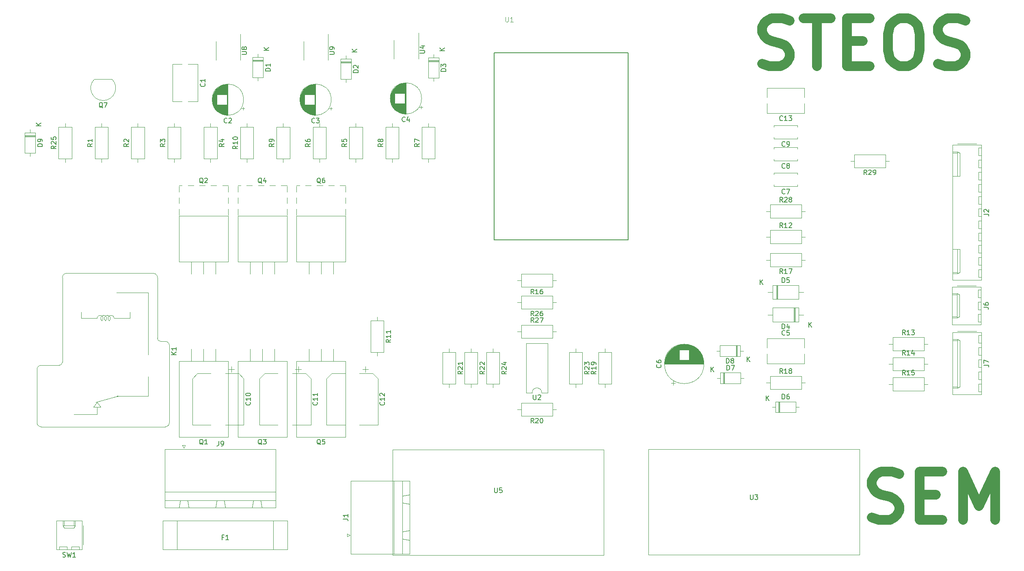
<source format=gbr>
%TF.GenerationSoftware,KiCad,Pcbnew,(5.1.9)-1*%
%TF.CreationDate,2021-04-29T12:36:39-05:00*%
%TF.ProjectId,controller_bldc,636f6e74-726f-46c6-9c65-725f626c6463,rev?*%
%TF.SameCoordinates,Original*%
%TF.FileFunction,Legend,Top*%
%TF.FilePolarity,Positive*%
%FSLAX46Y46*%
G04 Gerber Fmt 4.6, Leading zero omitted, Abs format (unit mm)*
G04 Created by KiCad (PCBNEW (5.1.9)-1) date 2021-04-29 12:36:39*
%MOMM*%
%LPD*%
G01*
G04 APERTURE LIST*
%ADD10C,2.000000*%
%ADD11C,0.120000*%
%ADD12C,0.127000*%
%ADD13C,0.150000*%
%ADD14C,0.015000*%
G04 APERTURE END LIST*
D10*
X180325761Y-109330619D02*
X181754333Y-109806809D01*
X184135285Y-109806809D01*
X185087666Y-109330619D01*
X185563857Y-108854428D01*
X186040047Y-107902047D01*
X186040047Y-106949666D01*
X185563857Y-105997285D01*
X185087666Y-105521095D01*
X184135285Y-105044904D01*
X182230523Y-104568714D01*
X181278142Y-104092523D01*
X180801952Y-103616333D01*
X180325761Y-102663952D01*
X180325761Y-101711571D01*
X180801952Y-100759190D01*
X181278142Y-100283000D01*
X182230523Y-99806809D01*
X184611476Y-99806809D01*
X186040047Y-100283000D01*
X190325761Y-104568714D02*
X193659095Y-104568714D01*
X195087666Y-109806809D02*
X190325761Y-109806809D01*
X190325761Y-99806809D01*
X195087666Y-99806809D01*
X199373380Y-109806809D02*
X199373380Y-99806809D01*
X202706714Y-106949666D01*
X206040047Y-99806809D01*
X206040047Y-109806809D01*
X157498523Y-14715619D02*
X158927095Y-15191809D01*
X161308047Y-15191809D01*
X162260428Y-14715619D01*
X162736619Y-14239428D01*
X163212809Y-13287047D01*
X163212809Y-12334666D01*
X162736619Y-11382285D01*
X162260428Y-10906095D01*
X161308047Y-10429904D01*
X159403285Y-9953714D01*
X158450904Y-9477523D01*
X157974714Y-9001333D01*
X157498523Y-8048952D01*
X157498523Y-7096571D01*
X157974714Y-6144190D01*
X158450904Y-5668000D01*
X159403285Y-5191809D01*
X161784238Y-5191809D01*
X163212809Y-5668000D01*
X166069952Y-5191809D02*
X171784238Y-5191809D01*
X168927095Y-15191809D02*
X168927095Y-5191809D01*
X175117571Y-9953714D02*
X178450904Y-9953714D01*
X179879476Y-15191809D02*
X175117571Y-15191809D01*
X175117571Y-5191809D01*
X179879476Y-5191809D01*
X186069952Y-5191809D02*
X187974714Y-5191809D01*
X188927095Y-5668000D01*
X189879476Y-6620380D01*
X190355666Y-8525142D01*
X190355666Y-11858476D01*
X189879476Y-13763238D01*
X188927095Y-14715619D01*
X187974714Y-15191809D01*
X186069952Y-15191809D01*
X185117571Y-14715619D01*
X184165190Y-13763238D01*
X183689000Y-11858476D01*
X183689000Y-8525142D01*
X184165190Y-6620380D01*
X185117571Y-5668000D01*
X186069952Y-5191809D01*
X194165190Y-14715619D02*
X195593761Y-15191809D01*
X197974714Y-15191809D01*
X198927095Y-14715619D01*
X199403285Y-14239428D01*
X199879476Y-13287047D01*
X199879476Y-12334666D01*
X199403285Y-11382285D01*
X198927095Y-10906095D01*
X197974714Y-10429904D01*
X196069952Y-9953714D01*
X195117571Y-9477523D01*
X194641380Y-9001333D01*
X194165190Y-8048952D01*
X194165190Y-7096571D01*
X194641380Y-6144190D01*
X195117571Y-5668000D01*
X196069952Y-5191809D01*
X198450904Y-5191809D01*
X199879476Y-5668000D01*
D11*
%TO.C,R11*%
X77212000Y-75612000D02*
X77212000Y-74842000D01*
X77212000Y-67532000D02*
X77212000Y-68302000D01*
X78582000Y-74842000D02*
X78582000Y-68302000D01*
X75842000Y-74842000D02*
X78582000Y-74842000D01*
X75842000Y-68302000D02*
X75842000Y-74842000D01*
X78582000Y-68302000D02*
X75842000Y-68302000D01*
%TO.C,J9*%
X32960800Y-95070400D02*
X32960800Y-107290400D01*
X32960800Y-107290400D02*
X56040800Y-107290400D01*
X56040800Y-107290400D02*
X56040800Y-95070400D01*
X56040800Y-95070400D02*
X32960800Y-95070400D01*
X32960800Y-105790400D02*
X32960800Y-103990400D01*
X32960800Y-103990400D02*
X56040800Y-103990400D01*
X56040800Y-103990400D02*
X56040800Y-105790400D01*
X56040800Y-105790400D02*
X32960800Y-105790400D01*
X35880800Y-107290400D02*
X37880800Y-107290400D01*
X37880800Y-107290400D02*
X37630800Y-105790400D01*
X37630800Y-105790400D02*
X36130800Y-105790400D01*
X36130800Y-105790400D02*
X35880800Y-107290400D01*
X43500800Y-107290400D02*
X45500800Y-107290400D01*
X45500800Y-107290400D02*
X45250800Y-105790400D01*
X45250800Y-105790400D02*
X43750800Y-105790400D01*
X43750800Y-105790400D02*
X43500800Y-107290400D01*
X51120800Y-107290400D02*
X53120800Y-107290400D01*
X53120800Y-107290400D02*
X52870800Y-105790400D01*
X52870800Y-105790400D02*
X51370800Y-105790400D01*
X51370800Y-105790400D02*
X51120800Y-107290400D01*
X37180800Y-94270400D02*
X36880800Y-94870400D01*
X36880800Y-94870400D02*
X36580800Y-94270400D01*
X36580800Y-94270400D02*
X37180800Y-94270400D01*
%TO.C,SW1*%
X10905400Y-115455000D02*
X10905400Y-116055000D01*
X12505400Y-115455000D02*
X10905400Y-115455000D01*
X12505400Y-116055000D02*
X12505400Y-115455000D01*
X13445400Y-115455000D02*
X13445400Y-116055000D01*
X15045400Y-115455000D02*
X13445400Y-115455000D01*
X15045400Y-116055000D02*
X15045400Y-115455000D01*
X11955400Y-110035000D02*
X11955400Y-111035000D01*
X13995400Y-110035000D02*
X13995400Y-111035000D01*
X11955400Y-111565000D02*
X11705400Y-111035000D01*
X13995400Y-111565000D02*
X11955400Y-111565000D01*
X14245400Y-111035000D02*
X13995400Y-111565000D01*
X11705400Y-111035000D02*
X11705400Y-110035000D01*
X14245400Y-111035000D02*
X11705400Y-111035000D01*
X14245400Y-110035000D02*
X14245400Y-111035000D01*
X15915400Y-115025000D02*
X15915400Y-111025000D01*
X10325400Y-116055000D02*
X15625400Y-116055000D01*
X10325400Y-110035000D02*
X10325400Y-116055000D01*
X15625400Y-110035000D02*
X10325400Y-110035000D01*
X15625400Y-116055000D02*
X15625400Y-110035000D01*
D12*
%TO.C,U1*%
X101590600Y-51424000D02*
X101590600Y-12424000D01*
X101590600Y-12423600D02*
X129490600Y-12423600D01*
X129490600Y-12424000D02*
X129490600Y-51424000D01*
X129490600Y-51424000D02*
X101590600Y-51424000D01*
D11*
%TO.C,J1*%
X71727800Y-116915000D02*
X83947800Y-116915000D01*
X83947800Y-116915000D02*
X83947800Y-101695000D01*
X83947800Y-101695000D02*
X71727800Y-101695000D01*
X71727800Y-101695000D02*
X71727800Y-116915000D01*
X82447800Y-116915000D02*
X80647800Y-116915000D01*
X80647800Y-116915000D02*
X80647800Y-101695000D01*
X80647800Y-101695000D02*
X82447800Y-101695000D01*
X82447800Y-101695000D02*
X82447800Y-116915000D01*
X83947800Y-114055000D02*
X83947800Y-112055000D01*
X83947800Y-112055000D02*
X82447800Y-112305000D01*
X82447800Y-112305000D02*
X82447800Y-113805000D01*
X82447800Y-113805000D02*
X83947800Y-114055000D01*
X83947800Y-106555000D02*
X83947800Y-104555000D01*
X83947800Y-104555000D02*
X82447800Y-104805000D01*
X82447800Y-104805000D02*
X82447800Y-106305000D01*
X82447800Y-106305000D02*
X83947800Y-106555000D01*
X70927800Y-112755000D02*
X71527800Y-113055000D01*
X71527800Y-113055000D02*
X70927800Y-113355000D01*
X70927800Y-113355000D02*
X70927800Y-112755000D01*
%TO.C,F1*%
X32487400Y-110025000D02*
X32487400Y-116025000D01*
X32487400Y-116025000D02*
X58487400Y-116025000D01*
X58487400Y-116025000D02*
X58487400Y-110025000D01*
X58487400Y-110025000D02*
X32487400Y-110025000D01*
X35487400Y-110025000D02*
X35487400Y-116025000D01*
X55487400Y-110025000D02*
X55487400Y-116025000D01*
%TO.C,U3*%
X177762000Y-95149000D02*
X133762000Y-95149000D01*
X177762000Y-117149000D02*
X177762000Y-95149000D01*
X133762000Y-117149000D02*
X177762000Y-117149000D01*
X133762000Y-95149000D02*
X133762000Y-117149000D01*
%TO.C,U5*%
X80434000Y-95213000D02*
X80434000Y-117213000D01*
X124434000Y-95213000D02*
X80434000Y-95213000D01*
X124434000Y-117213000D02*
X124434000Y-95213000D01*
X80434000Y-117213000D02*
X124434000Y-117213000D01*
%TO.C,Q2*%
X38451100Y-58495400D02*
X38451100Y-55955400D01*
X40991100Y-58495400D02*
X40991100Y-55955400D01*
X43531100Y-58495400D02*
X43531100Y-55955400D01*
X35871100Y-41425400D02*
X35871100Y-40225400D01*
X35871100Y-43825400D02*
X35871100Y-42625400D01*
X35871100Y-46225400D02*
X35871100Y-45025400D01*
X46111100Y-41425400D02*
X46111100Y-40225400D01*
X46111100Y-43825400D02*
X46111100Y-42625400D01*
X46111100Y-46225400D02*
X46111100Y-45025400D01*
X36511100Y-40065400D02*
X35871100Y-40065400D01*
X38911100Y-40065400D02*
X37711100Y-40065400D01*
X41311100Y-40065400D02*
X40111100Y-40065400D01*
X43712100Y-40065400D02*
X42511100Y-40065400D01*
X46111100Y-40065400D02*
X44911100Y-40065400D01*
X35871100Y-55955400D02*
X35871100Y-46465400D01*
X46111100Y-55955400D02*
X46111100Y-46465400D01*
X46111100Y-46465400D02*
X35871100Y-46465400D01*
X46111100Y-55955400D02*
X35871100Y-55955400D01*
%TO.C,C4*%
X86361741Y-24073200D02*
X86361741Y-23443200D01*
X86676741Y-23758200D02*
X86046741Y-23758200D01*
X79935500Y-22321200D02*
X79935500Y-21517200D01*
X79975500Y-22552200D02*
X79975500Y-21286200D01*
X80015500Y-22721200D02*
X80015500Y-21117200D01*
X80055500Y-22859200D02*
X80055500Y-20979200D01*
X80095500Y-22978200D02*
X80095500Y-20860200D01*
X80135500Y-23084200D02*
X80135500Y-20754200D01*
X80175500Y-23181200D02*
X80175500Y-20657200D01*
X80215500Y-23269200D02*
X80215500Y-20569200D01*
X80255500Y-23351200D02*
X80255500Y-20487200D01*
X80295500Y-23428200D02*
X80295500Y-20410200D01*
X80335500Y-23500200D02*
X80335500Y-20338200D01*
X80375500Y-23569200D02*
X80375500Y-20269200D01*
X80415500Y-23633200D02*
X80415500Y-20205200D01*
X80455500Y-23695200D02*
X80455500Y-20143200D01*
X80495500Y-23753200D02*
X80495500Y-20085200D01*
X80535500Y-23809200D02*
X80535500Y-20029200D01*
X80575500Y-23863200D02*
X80575500Y-19975200D01*
X80615500Y-23914200D02*
X80615500Y-19924200D01*
X80655500Y-23963200D02*
X80655500Y-19875200D01*
X80695500Y-24011200D02*
X80695500Y-19827200D01*
X80735500Y-24056200D02*
X80735500Y-19782200D01*
X80775500Y-24101200D02*
X80775500Y-19737200D01*
X80815500Y-24143200D02*
X80815500Y-19695200D01*
X80855500Y-24184200D02*
X80855500Y-19654200D01*
X80895500Y-20879200D02*
X80895500Y-19614200D01*
X80895500Y-24224200D02*
X80895500Y-22959200D01*
X80935500Y-20879200D02*
X80935500Y-19576200D01*
X80935500Y-24262200D02*
X80935500Y-22959200D01*
X80975500Y-20879200D02*
X80975500Y-19539200D01*
X80975500Y-24299200D02*
X80975500Y-22959200D01*
X81015500Y-20879200D02*
X81015500Y-19503200D01*
X81015500Y-24335200D02*
X81015500Y-22959200D01*
X81055500Y-20879200D02*
X81055500Y-19469200D01*
X81055500Y-24369200D02*
X81055500Y-22959200D01*
X81095500Y-20879200D02*
X81095500Y-19435200D01*
X81095500Y-24403200D02*
X81095500Y-22959200D01*
X81135500Y-20879200D02*
X81135500Y-19403200D01*
X81135500Y-24435200D02*
X81135500Y-22959200D01*
X81175500Y-20879200D02*
X81175500Y-19371200D01*
X81175500Y-24467200D02*
X81175500Y-22959200D01*
X81215500Y-20879200D02*
X81215500Y-19341200D01*
X81215500Y-24497200D02*
X81215500Y-22959200D01*
X81255500Y-20879200D02*
X81255500Y-19312200D01*
X81255500Y-24526200D02*
X81255500Y-22959200D01*
X81295500Y-20879200D02*
X81295500Y-19283200D01*
X81295500Y-24555200D02*
X81295500Y-22959200D01*
X81335500Y-20879200D02*
X81335500Y-19255200D01*
X81335500Y-24583200D02*
X81335500Y-22959200D01*
X81375500Y-20879200D02*
X81375500Y-19229200D01*
X81375500Y-24609200D02*
X81375500Y-22959200D01*
X81415500Y-20879200D02*
X81415500Y-19203200D01*
X81415500Y-24635200D02*
X81415500Y-22959200D01*
X81455500Y-20879200D02*
X81455500Y-19177200D01*
X81455500Y-24661200D02*
X81455500Y-22959200D01*
X81495500Y-20879200D02*
X81495500Y-19153200D01*
X81495500Y-24685200D02*
X81495500Y-22959200D01*
X81535500Y-20879200D02*
X81535500Y-19129200D01*
X81535500Y-24709200D02*
X81535500Y-22959200D01*
X81575500Y-20879200D02*
X81575500Y-19107200D01*
X81575500Y-24731200D02*
X81575500Y-22959200D01*
X81615500Y-20879200D02*
X81615500Y-19085200D01*
X81615500Y-24753200D02*
X81615500Y-22959200D01*
X81655500Y-20879200D02*
X81655500Y-19063200D01*
X81655500Y-24775200D02*
X81655500Y-22959200D01*
X81695500Y-20879200D02*
X81695500Y-19043200D01*
X81695500Y-24795200D02*
X81695500Y-22959200D01*
X81735500Y-20879200D02*
X81735500Y-19023200D01*
X81735500Y-24815200D02*
X81735500Y-22959200D01*
X81775500Y-20879200D02*
X81775500Y-19003200D01*
X81775500Y-24835200D02*
X81775500Y-22959200D01*
X81815500Y-20879200D02*
X81815500Y-18985200D01*
X81815500Y-24853200D02*
X81815500Y-22959200D01*
X81855500Y-20879200D02*
X81855500Y-18967200D01*
X81855500Y-24871200D02*
X81855500Y-22959200D01*
X81895500Y-20879200D02*
X81895500Y-18949200D01*
X81895500Y-24889200D02*
X81895500Y-22959200D01*
X81935500Y-20879200D02*
X81935500Y-18933200D01*
X81935500Y-24905200D02*
X81935500Y-22959200D01*
X81975500Y-20879200D02*
X81975500Y-18917200D01*
X81975500Y-24921200D02*
X81975500Y-22959200D01*
X82015500Y-20879200D02*
X82015500Y-18901200D01*
X82015500Y-24937200D02*
X82015500Y-22959200D01*
X82055500Y-20879200D02*
X82055500Y-18886200D01*
X82055500Y-24952200D02*
X82055500Y-22959200D01*
X82095500Y-20879200D02*
X82095500Y-18872200D01*
X82095500Y-24966200D02*
X82095500Y-22959200D01*
X82135500Y-20879200D02*
X82135500Y-18858200D01*
X82135500Y-24980200D02*
X82135500Y-22959200D01*
X82175500Y-20879200D02*
X82175500Y-18845200D01*
X82175500Y-24993200D02*
X82175500Y-22959200D01*
X82215500Y-20879200D02*
X82215500Y-18833200D01*
X82215500Y-25005200D02*
X82215500Y-22959200D01*
X82255500Y-20879200D02*
X82255500Y-18821200D01*
X82255500Y-25017200D02*
X82255500Y-22959200D01*
X82295500Y-20879200D02*
X82295500Y-18809200D01*
X82295500Y-25029200D02*
X82295500Y-22959200D01*
X82335500Y-20879200D02*
X82335500Y-18798200D01*
X82335500Y-25040200D02*
X82335500Y-22959200D01*
X82375500Y-20879200D02*
X82375500Y-18788200D01*
X82375500Y-25050200D02*
X82375500Y-22959200D01*
X82415500Y-20879200D02*
X82415500Y-18778200D01*
X82415500Y-25060200D02*
X82415500Y-22959200D01*
X82455500Y-20879200D02*
X82455500Y-18769200D01*
X82455500Y-25069200D02*
X82455500Y-22959200D01*
X82496500Y-20879200D02*
X82496500Y-18760200D01*
X82496500Y-25078200D02*
X82496500Y-22959200D01*
X82536500Y-20879200D02*
X82536500Y-18752200D01*
X82536500Y-25086200D02*
X82536500Y-22959200D01*
X82576500Y-20879200D02*
X82576500Y-18744200D01*
X82576500Y-25094200D02*
X82576500Y-22959200D01*
X82616500Y-20879200D02*
X82616500Y-18737200D01*
X82616500Y-25101200D02*
X82616500Y-22959200D01*
X82656500Y-20879200D02*
X82656500Y-18730200D01*
X82656500Y-25108200D02*
X82656500Y-22959200D01*
X82696500Y-20879200D02*
X82696500Y-18724200D01*
X82696500Y-25114200D02*
X82696500Y-22959200D01*
X82736500Y-20879200D02*
X82736500Y-18718200D01*
X82736500Y-25120200D02*
X82736500Y-22959200D01*
X82776500Y-20879200D02*
X82776500Y-18713200D01*
X82776500Y-25125200D02*
X82776500Y-22959200D01*
X82816500Y-20879200D02*
X82816500Y-18708200D01*
X82816500Y-25130200D02*
X82816500Y-22959200D01*
X82856500Y-20879200D02*
X82856500Y-18704200D01*
X82856500Y-25134200D02*
X82856500Y-22959200D01*
X82896500Y-20879200D02*
X82896500Y-18701200D01*
X82896500Y-25137200D02*
X82896500Y-22959200D01*
X82936500Y-20879200D02*
X82936500Y-18697200D01*
X82936500Y-25141200D02*
X82936500Y-22959200D01*
X82976500Y-25143200D02*
X82976500Y-18695200D01*
X83016500Y-25146200D02*
X83016500Y-18692200D01*
X83056500Y-25147200D02*
X83056500Y-18691200D01*
X83096500Y-25149200D02*
X83096500Y-18689200D01*
X83136500Y-25149200D02*
X83136500Y-18689200D01*
X83176500Y-25149200D02*
X83176500Y-18689200D01*
X86446500Y-21919200D02*
G75*
G03*
X86446500Y-21919200I-3270000J0D01*
G01*
%TO.C,C1*%
X36482100Y-22529600D02*
X34498100Y-22529600D01*
X39738100Y-22529600D02*
X37754100Y-22529600D01*
X36482100Y-14789600D02*
X34498100Y-14789600D01*
X39738100Y-14789600D02*
X37754100Y-14789600D01*
X34498100Y-14789600D02*
X34498100Y-22529600D01*
X39738100Y-14789600D02*
X39738100Y-22529600D01*
%TO.C,C2*%
X49238741Y-24327200D02*
X49238741Y-23697200D01*
X49553741Y-24012200D02*
X48923741Y-24012200D01*
X42812500Y-22575200D02*
X42812500Y-21771200D01*
X42852500Y-22806200D02*
X42852500Y-21540200D01*
X42892500Y-22975200D02*
X42892500Y-21371200D01*
X42932500Y-23113200D02*
X42932500Y-21233200D01*
X42972500Y-23232200D02*
X42972500Y-21114200D01*
X43012500Y-23338200D02*
X43012500Y-21008200D01*
X43052500Y-23435200D02*
X43052500Y-20911200D01*
X43092500Y-23523200D02*
X43092500Y-20823200D01*
X43132500Y-23605200D02*
X43132500Y-20741200D01*
X43172500Y-23682200D02*
X43172500Y-20664200D01*
X43212500Y-23754200D02*
X43212500Y-20592200D01*
X43252500Y-23823200D02*
X43252500Y-20523200D01*
X43292500Y-23887200D02*
X43292500Y-20459200D01*
X43332500Y-23949200D02*
X43332500Y-20397200D01*
X43372500Y-24007200D02*
X43372500Y-20339200D01*
X43412500Y-24063200D02*
X43412500Y-20283200D01*
X43452500Y-24117200D02*
X43452500Y-20229200D01*
X43492500Y-24168200D02*
X43492500Y-20178200D01*
X43532500Y-24217200D02*
X43532500Y-20129200D01*
X43572500Y-24265200D02*
X43572500Y-20081200D01*
X43612500Y-24310200D02*
X43612500Y-20036200D01*
X43652500Y-24355200D02*
X43652500Y-19991200D01*
X43692500Y-24397200D02*
X43692500Y-19949200D01*
X43732500Y-24438200D02*
X43732500Y-19908200D01*
X43772500Y-21133200D02*
X43772500Y-19868200D01*
X43772500Y-24478200D02*
X43772500Y-23213200D01*
X43812500Y-21133200D02*
X43812500Y-19830200D01*
X43812500Y-24516200D02*
X43812500Y-23213200D01*
X43852500Y-21133200D02*
X43852500Y-19793200D01*
X43852500Y-24553200D02*
X43852500Y-23213200D01*
X43892500Y-21133200D02*
X43892500Y-19757200D01*
X43892500Y-24589200D02*
X43892500Y-23213200D01*
X43932500Y-21133200D02*
X43932500Y-19723200D01*
X43932500Y-24623200D02*
X43932500Y-23213200D01*
X43972500Y-21133200D02*
X43972500Y-19689200D01*
X43972500Y-24657200D02*
X43972500Y-23213200D01*
X44012500Y-21133200D02*
X44012500Y-19657200D01*
X44012500Y-24689200D02*
X44012500Y-23213200D01*
X44052500Y-21133200D02*
X44052500Y-19625200D01*
X44052500Y-24721200D02*
X44052500Y-23213200D01*
X44092500Y-21133200D02*
X44092500Y-19595200D01*
X44092500Y-24751200D02*
X44092500Y-23213200D01*
X44132500Y-21133200D02*
X44132500Y-19566200D01*
X44132500Y-24780200D02*
X44132500Y-23213200D01*
X44172500Y-21133200D02*
X44172500Y-19537200D01*
X44172500Y-24809200D02*
X44172500Y-23213200D01*
X44212500Y-21133200D02*
X44212500Y-19509200D01*
X44212500Y-24837200D02*
X44212500Y-23213200D01*
X44252500Y-21133200D02*
X44252500Y-19483200D01*
X44252500Y-24863200D02*
X44252500Y-23213200D01*
X44292500Y-21133200D02*
X44292500Y-19457200D01*
X44292500Y-24889200D02*
X44292500Y-23213200D01*
X44332500Y-21133200D02*
X44332500Y-19431200D01*
X44332500Y-24915200D02*
X44332500Y-23213200D01*
X44372500Y-21133200D02*
X44372500Y-19407200D01*
X44372500Y-24939200D02*
X44372500Y-23213200D01*
X44412500Y-21133200D02*
X44412500Y-19383200D01*
X44412500Y-24963200D02*
X44412500Y-23213200D01*
X44452500Y-21133200D02*
X44452500Y-19361200D01*
X44452500Y-24985200D02*
X44452500Y-23213200D01*
X44492500Y-21133200D02*
X44492500Y-19339200D01*
X44492500Y-25007200D02*
X44492500Y-23213200D01*
X44532500Y-21133200D02*
X44532500Y-19317200D01*
X44532500Y-25029200D02*
X44532500Y-23213200D01*
X44572500Y-21133200D02*
X44572500Y-19297200D01*
X44572500Y-25049200D02*
X44572500Y-23213200D01*
X44612500Y-21133200D02*
X44612500Y-19277200D01*
X44612500Y-25069200D02*
X44612500Y-23213200D01*
X44652500Y-21133200D02*
X44652500Y-19257200D01*
X44652500Y-25089200D02*
X44652500Y-23213200D01*
X44692500Y-21133200D02*
X44692500Y-19239200D01*
X44692500Y-25107200D02*
X44692500Y-23213200D01*
X44732500Y-21133200D02*
X44732500Y-19221200D01*
X44732500Y-25125200D02*
X44732500Y-23213200D01*
X44772500Y-21133200D02*
X44772500Y-19203200D01*
X44772500Y-25143200D02*
X44772500Y-23213200D01*
X44812500Y-21133200D02*
X44812500Y-19187200D01*
X44812500Y-25159200D02*
X44812500Y-23213200D01*
X44852500Y-21133200D02*
X44852500Y-19171200D01*
X44852500Y-25175200D02*
X44852500Y-23213200D01*
X44892500Y-21133200D02*
X44892500Y-19155200D01*
X44892500Y-25191200D02*
X44892500Y-23213200D01*
X44932500Y-21133200D02*
X44932500Y-19140200D01*
X44932500Y-25206200D02*
X44932500Y-23213200D01*
X44972500Y-21133200D02*
X44972500Y-19126200D01*
X44972500Y-25220200D02*
X44972500Y-23213200D01*
X45012500Y-21133200D02*
X45012500Y-19112200D01*
X45012500Y-25234200D02*
X45012500Y-23213200D01*
X45052500Y-21133200D02*
X45052500Y-19099200D01*
X45052500Y-25247200D02*
X45052500Y-23213200D01*
X45092500Y-21133200D02*
X45092500Y-19087200D01*
X45092500Y-25259200D02*
X45092500Y-23213200D01*
X45132500Y-21133200D02*
X45132500Y-19075200D01*
X45132500Y-25271200D02*
X45132500Y-23213200D01*
X45172500Y-21133200D02*
X45172500Y-19063200D01*
X45172500Y-25283200D02*
X45172500Y-23213200D01*
X45212500Y-21133200D02*
X45212500Y-19052200D01*
X45212500Y-25294200D02*
X45212500Y-23213200D01*
X45252500Y-21133200D02*
X45252500Y-19042200D01*
X45252500Y-25304200D02*
X45252500Y-23213200D01*
X45292500Y-21133200D02*
X45292500Y-19032200D01*
X45292500Y-25314200D02*
X45292500Y-23213200D01*
X45332500Y-21133200D02*
X45332500Y-19023200D01*
X45332500Y-25323200D02*
X45332500Y-23213200D01*
X45373500Y-21133200D02*
X45373500Y-19014200D01*
X45373500Y-25332200D02*
X45373500Y-23213200D01*
X45413500Y-21133200D02*
X45413500Y-19006200D01*
X45413500Y-25340200D02*
X45413500Y-23213200D01*
X45453500Y-21133200D02*
X45453500Y-18998200D01*
X45453500Y-25348200D02*
X45453500Y-23213200D01*
X45493500Y-21133200D02*
X45493500Y-18991200D01*
X45493500Y-25355200D02*
X45493500Y-23213200D01*
X45533500Y-21133200D02*
X45533500Y-18984200D01*
X45533500Y-25362200D02*
X45533500Y-23213200D01*
X45573500Y-21133200D02*
X45573500Y-18978200D01*
X45573500Y-25368200D02*
X45573500Y-23213200D01*
X45613500Y-21133200D02*
X45613500Y-18972200D01*
X45613500Y-25374200D02*
X45613500Y-23213200D01*
X45653500Y-21133200D02*
X45653500Y-18967200D01*
X45653500Y-25379200D02*
X45653500Y-23213200D01*
X45693500Y-21133200D02*
X45693500Y-18962200D01*
X45693500Y-25384200D02*
X45693500Y-23213200D01*
X45733500Y-21133200D02*
X45733500Y-18958200D01*
X45733500Y-25388200D02*
X45733500Y-23213200D01*
X45773500Y-21133200D02*
X45773500Y-18955200D01*
X45773500Y-25391200D02*
X45773500Y-23213200D01*
X45813500Y-21133200D02*
X45813500Y-18951200D01*
X45813500Y-25395200D02*
X45813500Y-23213200D01*
X45853500Y-25397200D02*
X45853500Y-18949200D01*
X45893500Y-25400200D02*
X45893500Y-18946200D01*
X45933500Y-25401200D02*
X45933500Y-18945200D01*
X45973500Y-25403200D02*
X45973500Y-18943200D01*
X46013500Y-25403200D02*
X46013500Y-18943200D01*
X46053500Y-25403200D02*
X46053500Y-18943200D01*
X49323500Y-22173200D02*
G75*
G03*
X49323500Y-22173200I-3270000J0D01*
G01*
%TO.C,C3*%
X67611500Y-22173200D02*
G75*
G03*
X67611500Y-22173200I-3270000J0D01*
G01*
X64341500Y-25403200D02*
X64341500Y-18943200D01*
X64301500Y-25403200D02*
X64301500Y-18943200D01*
X64261500Y-25403200D02*
X64261500Y-18943200D01*
X64221500Y-25401200D02*
X64221500Y-18945200D01*
X64181500Y-25400200D02*
X64181500Y-18946200D01*
X64141500Y-25397200D02*
X64141500Y-18949200D01*
X64101500Y-25395200D02*
X64101500Y-23213200D01*
X64101500Y-21133200D02*
X64101500Y-18951200D01*
X64061500Y-25391200D02*
X64061500Y-23213200D01*
X64061500Y-21133200D02*
X64061500Y-18955200D01*
X64021500Y-25388200D02*
X64021500Y-23213200D01*
X64021500Y-21133200D02*
X64021500Y-18958200D01*
X63981500Y-25384200D02*
X63981500Y-23213200D01*
X63981500Y-21133200D02*
X63981500Y-18962200D01*
X63941500Y-25379200D02*
X63941500Y-23213200D01*
X63941500Y-21133200D02*
X63941500Y-18967200D01*
X63901500Y-25374200D02*
X63901500Y-23213200D01*
X63901500Y-21133200D02*
X63901500Y-18972200D01*
X63861500Y-25368200D02*
X63861500Y-23213200D01*
X63861500Y-21133200D02*
X63861500Y-18978200D01*
X63821500Y-25362200D02*
X63821500Y-23213200D01*
X63821500Y-21133200D02*
X63821500Y-18984200D01*
X63781500Y-25355200D02*
X63781500Y-23213200D01*
X63781500Y-21133200D02*
X63781500Y-18991200D01*
X63741500Y-25348200D02*
X63741500Y-23213200D01*
X63741500Y-21133200D02*
X63741500Y-18998200D01*
X63701500Y-25340200D02*
X63701500Y-23213200D01*
X63701500Y-21133200D02*
X63701500Y-19006200D01*
X63661500Y-25332200D02*
X63661500Y-23213200D01*
X63661500Y-21133200D02*
X63661500Y-19014200D01*
X63620500Y-25323200D02*
X63620500Y-23213200D01*
X63620500Y-21133200D02*
X63620500Y-19023200D01*
X63580500Y-25314200D02*
X63580500Y-23213200D01*
X63580500Y-21133200D02*
X63580500Y-19032200D01*
X63540500Y-25304200D02*
X63540500Y-23213200D01*
X63540500Y-21133200D02*
X63540500Y-19042200D01*
X63500500Y-25294200D02*
X63500500Y-23213200D01*
X63500500Y-21133200D02*
X63500500Y-19052200D01*
X63460500Y-25283200D02*
X63460500Y-23213200D01*
X63460500Y-21133200D02*
X63460500Y-19063200D01*
X63420500Y-25271200D02*
X63420500Y-23213200D01*
X63420500Y-21133200D02*
X63420500Y-19075200D01*
X63380500Y-25259200D02*
X63380500Y-23213200D01*
X63380500Y-21133200D02*
X63380500Y-19087200D01*
X63340500Y-25247200D02*
X63340500Y-23213200D01*
X63340500Y-21133200D02*
X63340500Y-19099200D01*
X63300500Y-25234200D02*
X63300500Y-23213200D01*
X63300500Y-21133200D02*
X63300500Y-19112200D01*
X63260500Y-25220200D02*
X63260500Y-23213200D01*
X63260500Y-21133200D02*
X63260500Y-19126200D01*
X63220500Y-25206200D02*
X63220500Y-23213200D01*
X63220500Y-21133200D02*
X63220500Y-19140200D01*
X63180500Y-25191200D02*
X63180500Y-23213200D01*
X63180500Y-21133200D02*
X63180500Y-19155200D01*
X63140500Y-25175200D02*
X63140500Y-23213200D01*
X63140500Y-21133200D02*
X63140500Y-19171200D01*
X63100500Y-25159200D02*
X63100500Y-23213200D01*
X63100500Y-21133200D02*
X63100500Y-19187200D01*
X63060500Y-25143200D02*
X63060500Y-23213200D01*
X63060500Y-21133200D02*
X63060500Y-19203200D01*
X63020500Y-25125200D02*
X63020500Y-23213200D01*
X63020500Y-21133200D02*
X63020500Y-19221200D01*
X62980500Y-25107200D02*
X62980500Y-23213200D01*
X62980500Y-21133200D02*
X62980500Y-19239200D01*
X62940500Y-25089200D02*
X62940500Y-23213200D01*
X62940500Y-21133200D02*
X62940500Y-19257200D01*
X62900500Y-25069200D02*
X62900500Y-23213200D01*
X62900500Y-21133200D02*
X62900500Y-19277200D01*
X62860500Y-25049200D02*
X62860500Y-23213200D01*
X62860500Y-21133200D02*
X62860500Y-19297200D01*
X62820500Y-25029200D02*
X62820500Y-23213200D01*
X62820500Y-21133200D02*
X62820500Y-19317200D01*
X62780500Y-25007200D02*
X62780500Y-23213200D01*
X62780500Y-21133200D02*
X62780500Y-19339200D01*
X62740500Y-24985200D02*
X62740500Y-23213200D01*
X62740500Y-21133200D02*
X62740500Y-19361200D01*
X62700500Y-24963200D02*
X62700500Y-23213200D01*
X62700500Y-21133200D02*
X62700500Y-19383200D01*
X62660500Y-24939200D02*
X62660500Y-23213200D01*
X62660500Y-21133200D02*
X62660500Y-19407200D01*
X62620500Y-24915200D02*
X62620500Y-23213200D01*
X62620500Y-21133200D02*
X62620500Y-19431200D01*
X62580500Y-24889200D02*
X62580500Y-23213200D01*
X62580500Y-21133200D02*
X62580500Y-19457200D01*
X62540500Y-24863200D02*
X62540500Y-23213200D01*
X62540500Y-21133200D02*
X62540500Y-19483200D01*
X62500500Y-24837200D02*
X62500500Y-23213200D01*
X62500500Y-21133200D02*
X62500500Y-19509200D01*
X62460500Y-24809200D02*
X62460500Y-23213200D01*
X62460500Y-21133200D02*
X62460500Y-19537200D01*
X62420500Y-24780200D02*
X62420500Y-23213200D01*
X62420500Y-21133200D02*
X62420500Y-19566200D01*
X62380500Y-24751200D02*
X62380500Y-23213200D01*
X62380500Y-21133200D02*
X62380500Y-19595200D01*
X62340500Y-24721200D02*
X62340500Y-23213200D01*
X62340500Y-21133200D02*
X62340500Y-19625200D01*
X62300500Y-24689200D02*
X62300500Y-23213200D01*
X62300500Y-21133200D02*
X62300500Y-19657200D01*
X62260500Y-24657200D02*
X62260500Y-23213200D01*
X62260500Y-21133200D02*
X62260500Y-19689200D01*
X62220500Y-24623200D02*
X62220500Y-23213200D01*
X62220500Y-21133200D02*
X62220500Y-19723200D01*
X62180500Y-24589200D02*
X62180500Y-23213200D01*
X62180500Y-21133200D02*
X62180500Y-19757200D01*
X62140500Y-24553200D02*
X62140500Y-23213200D01*
X62140500Y-21133200D02*
X62140500Y-19793200D01*
X62100500Y-24516200D02*
X62100500Y-23213200D01*
X62100500Y-21133200D02*
X62100500Y-19830200D01*
X62060500Y-24478200D02*
X62060500Y-23213200D01*
X62060500Y-21133200D02*
X62060500Y-19868200D01*
X62020500Y-24438200D02*
X62020500Y-19908200D01*
X61980500Y-24397200D02*
X61980500Y-19949200D01*
X61940500Y-24355200D02*
X61940500Y-19991200D01*
X61900500Y-24310200D02*
X61900500Y-20036200D01*
X61860500Y-24265200D02*
X61860500Y-20081200D01*
X61820500Y-24217200D02*
X61820500Y-20129200D01*
X61780500Y-24168200D02*
X61780500Y-20178200D01*
X61740500Y-24117200D02*
X61740500Y-20229200D01*
X61700500Y-24063200D02*
X61700500Y-20283200D01*
X61660500Y-24007200D02*
X61660500Y-20339200D01*
X61620500Y-23949200D02*
X61620500Y-20397200D01*
X61580500Y-23887200D02*
X61580500Y-20459200D01*
X61540500Y-23823200D02*
X61540500Y-20523200D01*
X61500500Y-23754200D02*
X61500500Y-20592200D01*
X61460500Y-23682200D02*
X61460500Y-20664200D01*
X61420500Y-23605200D02*
X61420500Y-20741200D01*
X61380500Y-23523200D02*
X61380500Y-20823200D01*
X61340500Y-23435200D02*
X61340500Y-20911200D01*
X61300500Y-23338200D02*
X61300500Y-21008200D01*
X61260500Y-23232200D02*
X61260500Y-21114200D01*
X61220500Y-23113200D02*
X61220500Y-21233200D01*
X61180500Y-22975200D02*
X61180500Y-21371200D01*
X61140500Y-22806200D02*
X61140500Y-21540200D01*
X61100500Y-22575200D02*
X61100500Y-21771200D01*
X67841741Y-24012200D02*
X67211741Y-24012200D01*
X67526741Y-24327200D02*
X67526741Y-23697200D01*
%TO.C,D1*%
X53440000Y-13318000D02*
X51200000Y-13318000D01*
X51200000Y-13318000D02*
X51200000Y-17558000D01*
X51200000Y-17558000D02*
X53440000Y-17558000D01*
X53440000Y-17558000D02*
X53440000Y-13318000D01*
X52320000Y-12668000D02*
X52320000Y-13318000D01*
X52320000Y-18208000D02*
X52320000Y-17558000D01*
X53440000Y-14038000D02*
X51200000Y-14038000D01*
X53440000Y-14158000D02*
X51200000Y-14158000D01*
X53440000Y-13918000D02*
X51200000Y-13918000D01*
%TO.C,D2*%
X71791500Y-14248200D02*
X69551500Y-14248200D01*
X71791500Y-14488200D02*
X69551500Y-14488200D01*
X71791500Y-14368200D02*
X69551500Y-14368200D01*
X70671500Y-18538200D02*
X70671500Y-17888200D01*
X70671500Y-12998200D02*
X70671500Y-13648200D01*
X71791500Y-17888200D02*
X71791500Y-13648200D01*
X69551500Y-17888200D02*
X71791500Y-17888200D01*
X69551500Y-13648200D02*
X69551500Y-17888200D01*
X71791500Y-13648200D02*
X69551500Y-13648200D01*
%TO.C,D3*%
X90079500Y-13394200D02*
X87839500Y-13394200D01*
X87839500Y-13394200D02*
X87839500Y-17634200D01*
X87839500Y-17634200D02*
X90079500Y-17634200D01*
X90079500Y-17634200D02*
X90079500Y-13394200D01*
X88959500Y-12744200D02*
X88959500Y-13394200D01*
X88959500Y-18284200D02*
X88959500Y-17634200D01*
X90079500Y-14114200D02*
X87839500Y-14114200D01*
X90079500Y-14234200D02*
X87839500Y-14234200D01*
X90079500Y-13994200D02*
X87839500Y-13994200D01*
%TO.C,J6*%
X202512000Y-68503600D02*
X203112000Y-68503600D01*
X202512000Y-66903600D02*
X202512000Y-68503600D01*
X203112000Y-66903600D02*
X202512000Y-66903600D01*
X202512000Y-65963600D02*
X203112000Y-65963600D01*
X202512000Y-64363600D02*
X202512000Y-65963600D01*
X203112000Y-64363600D02*
X202512000Y-64363600D01*
X202512000Y-63423600D02*
X203112000Y-63423600D01*
X202512000Y-61823600D02*
X202512000Y-63423600D01*
X203112000Y-61823600D02*
X202512000Y-61823600D01*
X197092000Y-67453600D02*
X198092000Y-67453600D01*
X197092000Y-62873600D02*
X198092000Y-62873600D01*
X198622000Y-67453600D02*
X198092000Y-67703600D01*
X198622000Y-62873600D02*
X198622000Y-67453600D01*
X198092000Y-62623600D02*
X198622000Y-62873600D01*
X198092000Y-67703600D02*
X197092000Y-67703600D01*
X198092000Y-62623600D02*
X198092000Y-67703600D01*
X197092000Y-62623600D02*
X198092000Y-62623600D01*
X202082000Y-60953600D02*
X198082000Y-60953600D01*
X203112000Y-69083600D02*
X203112000Y-61243600D01*
X197092000Y-69083600D02*
X203112000Y-69083600D01*
X197092000Y-61243600D02*
X197092000Y-69083600D01*
X203112000Y-61243600D02*
X197092000Y-61243600D01*
%TO.C,J7*%
X203182000Y-70756000D02*
X197162000Y-70756000D01*
X197162000Y-70756000D02*
X197162000Y-83676000D01*
X197162000Y-83676000D02*
X203182000Y-83676000D01*
X203182000Y-83676000D02*
X203182000Y-70756000D01*
X202152000Y-70466000D02*
X198152000Y-70466000D01*
X197162000Y-72136000D02*
X198162000Y-72136000D01*
X198162000Y-72136000D02*
X198162000Y-82296000D01*
X198162000Y-82296000D02*
X197162000Y-82296000D01*
X198162000Y-72136000D02*
X198692000Y-72386000D01*
X198692000Y-72386000D02*
X198692000Y-82046000D01*
X198692000Y-82046000D02*
X198162000Y-82296000D01*
X197162000Y-72386000D02*
X198162000Y-72386000D01*
X197162000Y-82046000D02*
X198162000Y-82046000D01*
X203182000Y-71336000D02*
X202582000Y-71336000D01*
X202582000Y-71336000D02*
X202582000Y-72936000D01*
X202582000Y-72936000D02*
X203182000Y-72936000D01*
X203182000Y-73876000D02*
X202582000Y-73876000D01*
X202582000Y-73876000D02*
X202582000Y-75476000D01*
X202582000Y-75476000D02*
X203182000Y-75476000D01*
X203182000Y-76416000D02*
X202582000Y-76416000D01*
X202582000Y-76416000D02*
X202582000Y-78016000D01*
X202582000Y-78016000D02*
X203182000Y-78016000D01*
X203182000Y-78956000D02*
X202582000Y-78956000D01*
X202582000Y-78956000D02*
X202582000Y-80556000D01*
X202582000Y-80556000D02*
X203182000Y-80556000D01*
X203182000Y-81496000D02*
X202582000Y-81496000D01*
X202582000Y-81496000D02*
X202582000Y-83096000D01*
X202582000Y-83096000D02*
X203182000Y-83096000D01*
%TO.C,R1*%
X19711200Y-27146000D02*
X19711200Y-27916000D01*
X19711200Y-35226000D02*
X19711200Y-34456000D01*
X18341200Y-27916000D02*
X18341200Y-34456000D01*
X21081200Y-27916000D02*
X18341200Y-27916000D01*
X21081200Y-34456000D02*
X21081200Y-27916000D01*
X18341200Y-34456000D02*
X21081200Y-34456000D01*
%TO.C,R2*%
X25916900Y-34456000D02*
X28656900Y-34456000D01*
X28656900Y-34456000D02*
X28656900Y-27916000D01*
X28656900Y-27916000D02*
X25916900Y-27916000D01*
X25916900Y-27916000D02*
X25916900Y-34456000D01*
X27286900Y-35226000D02*
X27286900Y-34456000D01*
X27286900Y-27146000D02*
X27286900Y-27916000D01*
%TO.C,R3*%
X33492600Y-34456000D02*
X36232600Y-34456000D01*
X36232600Y-34456000D02*
X36232600Y-27916000D01*
X36232600Y-27916000D02*
X33492600Y-27916000D01*
X33492600Y-27916000D02*
X33492600Y-34456000D01*
X34862600Y-35226000D02*
X34862600Y-34456000D01*
X34862600Y-27146000D02*
X34862600Y-27916000D01*
%TO.C,R4*%
X42438300Y-35226000D02*
X42438300Y-34456000D01*
X42438300Y-27146000D02*
X42438300Y-27916000D01*
X43808300Y-34456000D02*
X43808300Y-27916000D01*
X41068300Y-34456000D02*
X43808300Y-34456000D01*
X41068300Y-27916000D02*
X41068300Y-34456000D01*
X43808300Y-27916000D02*
X41068300Y-27916000D01*
%TO.C,R5*%
X71371200Y-34456000D02*
X74111200Y-34456000D01*
X74111200Y-34456000D02*
X74111200Y-27916000D01*
X74111200Y-27916000D02*
X71371200Y-27916000D01*
X71371200Y-27916000D02*
X71371200Y-34456000D01*
X72741200Y-35226000D02*
X72741200Y-34456000D01*
X72741200Y-27146000D02*
X72741200Y-27916000D01*
%TO.C,R6*%
X65165500Y-27146000D02*
X65165500Y-27916000D01*
X65165500Y-35226000D02*
X65165500Y-34456000D01*
X63795500Y-27916000D02*
X63795500Y-34456000D01*
X66535500Y-27916000D02*
X63795500Y-27916000D01*
X66535500Y-34456000D02*
X66535500Y-27916000D01*
X63795500Y-34456000D02*
X66535500Y-34456000D01*
%TO.C,R7*%
X86522700Y-34456000D02*
X89262700Y-34456000D01*
X89262700Y-34456000D02*
X89262700Y-27916000D01*
X89262700Y-27916000D02*
X86522700Y-27916000D01*
X86522700Y-27916000D02*
X86522700Y-34456000D01*
X87892700Y-35226000D02*
X87892700Y-34456000D01*
X87892700Y-27146000D02*
X87892700Y-27916000D01*
%TO.C,R8*%
X80317000Y-27146000D02*
X80317000Y-27916000D01*
X80317000Y-35226000D02*
X80317000Y-34456000D01*
X78947000Y-27916000D02*
X78947000Y-34456000D01*
X81687000Y-27916000D02*
X78947000Y-27916000D01*
X81687000Y-34456000D02*
X81687000Y-27916000D01*
X78947000Y-34456000D02*
X81687000Y-34456000D01*
%TO.C,R9*%
X56219800Y-34456000D02*
X58959800Y-34456000D01*
X58959800Y-34456000D02*
X58959800Y-27916000D01*
X58959800Y-27916000D02*
X56219800Y-27916000D01*
X56219800Y-27916000D02*
X56219800Y-34456000D01*
X57589800Y-35226000D02*
X57589800Y-34456000D01*
X57589800Y-27146000D02*
X57589800Y-27916000D01*
%TO.C,R10*%
X48644100Y-34456000D02*
X51384100Y-34456000D01*
X51384100Y-34456000D02*
X51384100Y-27916000D01*
X51384100Y-27916000D02*
X48644100Y-27916000D01*
X48644100Y-27916000D02*
X48644100Y-34456000D01*
X50014100Y-35226000D02*
X50014100Y-34456000D01*
X50014100Y-27146000D02*
X50014100Y-27916000D01*
%TO.C,R12*%
X159116000Y-49430000D02*
X159116000Y-52170000D01*
X159116000Y-52170000D02*
X165656000Y-52170000D01*
X165656000Y-52170000D02*
X165656000Y-49430000D01*
X165656000Y-49430000D02*
X159116000Y-49430000D01*
X158346000Y-50800000D02*
X159116000Y-50800000D01*
X166426000Y-50800000D02*
X165656000Y-50800000D01*
%TO.C,R13*%
X184686000Y-71782000D02*
X184686000Y-74522000D01*
X184686000Y-74522000D02*
X191226000Y-74522000D01*
X191226000Y-74522000D02*
X191226000Y-71782000D01*
X191226000Y-71782000D02*
X184686000Y-71782000D01*
X183916000Y-73152000D02*
X184686000Y-73152000D01*
X191996000Y-73152000D02*
X191226000Y-73152000D01*
%TO.C,R14*%
X191996000Y-77343000D02*
X191226000Y-77343000D01*
X183916000Y-77343000D02*
X184686000Y-77343000D01*
X191226000Y-75973000D02*
X184686000Y-75973000D01*
X191226000Y-78713000D02*
X191226000Y-75973000D01*
X184686000Y-78713000D02*
X191226000Y-78713000D01*
X184686000Y-75973000D02*
X184686000Y-78713000D01*
%TO.C,R15*%
X184686000Y-80164000D02*
X184686000Y-82904000D01*
X184686000Y-82904000D02*
X191226000Y-82904000D01*
X191226000Y-82904000D02*
X191226000Y-80164000D01*
X191226000Y-80164000D02*
X184686000Y-80164000D01*
X183916000Y-81534000D02*
X184686000Y-81534000D01*
X191996000Y-81534000D02*
X191226000Y-81534000D01*
%TO.C,U4*%
X85804500Y-11704200D02*
X85804500Y-8254200D01*
X85804500Y-11704200D02*
X85804500Y-13654200D01*
X80684500Y-11704200D02*
X80684500Y-9754200D01*
X80684500Y-11704200D02*
X80684500Y-13654200D01*
%TO.C,U8*%
X43561500Y-11958200D02*
X43561500Y-13908200D01*
X43561500Y-11958200D02*
X43561500Y-10008200D01*
X48681500Y-11958200D02*
X48681500Y-13908200D01*
X48681500Y-11958200D02*
X48681500Y-8508200D01*
%TO.C,U9*%
X61849500Y-11958200D02*
X61849500Y-13908200D01*
X61849500Y-11958200D02*
X61849500Y-10008200D01*
X66969500Y-11958200D02*
X66969500Y-13908200D01*
X66969500Y-11958200D02*
X66969500Y-8508200D01*
%TO.C,Q1*%
X46111100Y-76695800D02*
X35871100Y-76695800D01*
X46111100Y-92585800D02*
X35871100Y-92585800D01*
X46111100Y-92585800D02*
X46111100Y-76695800D01*
X35871100Y-92585800D02*
X35871100Y-76695800D01*
X43531100Y-76695800D02*
X43531100Y-74155800D01*
X40991100Y-76695800D02*
X40991100Y-74155800D01*
X38451100Y-76695800D02*
X38451100Y-74155800D01*
%TO.C,Q3*%
X50701800Y-76695800D02*
X50701800Y-74155800D01*
X53241800Y-76695800D02*
X53241800Y-74155800D01*
X55781800Y-76695800D02*
X55781800Y-74155800D01*
X48121800Y-92585800D02*
X48121800Y-76695800D01*
X58361800Y-92585800D02*
X58361800Y-76695800D01*
X58361800Y-92585800D02*
X48121800Y-92585800D01*
X58361800Y-76695800D02*
X48121800Y-76695800D01*
%TO.C,Q4*%
X50701800Y-58495400D02*
X50701800Y-55955400D01*
X53241800Y-58495400D02*
X53241800Y-55955400D01*
X55781800Y-58495400D02*
X55781800Y-55955400D01*
X48121800Y-41425400D02*
X48121800Y-40225400D01*
X48121800Y-43825400D02*
X48121800Y-42625400D01*
X48121800Y-46225400D02*
X48121800Y-45025400D01*
X58361800Y-41425400D02*
X58361800Y-40225400D01*
X58361800Y-43825400D02*
X58361800Y-42625400D01*
X58361800Y-46225400D02*
X58361800Y-45025400D01*
X48761800Y-40065400D02*
X48121800Y-40065400D01*
X51161800Y-40065400D02*
X49961800Y-40065400D01*
X53561800Y-40065400D02*
X52361800Y-40065400D01*
X55962800Y-40065400D02*
X54761800Y-40065400D01*
X58361800Y-40065400D02*
X57161800Y-40065400D01*
X48121800Y-55955400D02*
X48121800Y-46465400D01*
X58361800Y-55955400D02*
X58361800Y-46465400D01*
X58361800Y-46465400D02*
X48121800Y-46465400D01*
X58361800Y-55955400D02*
X48121800Y-55955400D01*
%TO.C,Q5*%
X70612500Y-76695800D02*
X60372500Y-76695800D01*
X70612500Y-92585800D02*
X60372500Y-92585800D01*
X70612500Y-92585800D02*
X70612500Y-76695800D01*
X60372500Y-92585800D02*
X60372500Y-76695800D01*
X68032500Y-76695800D02*
X68032500Y-74155800D01*
X65492500Y-76695800D02*
X65492500Y-74155800D01*
X62952500Y-76695800D02*
X62952500Y-74155800D01*
%TO.C,Q6*%
X70612500Y-55955400D02*
X60372500Y-55955400D01*
X70612500Y-46465400D02*
X60372500Y-46465400D01*
X70612500Y-55955400D02*
X70612500Y-46465400D01*
X60372500Y-55955400D02*
X60372500Y-46465400D01*
X70612500Y-40065400D02*
X69412500Y-40065400D01*
X68213500Y-40065400D02*
X67012500Y-40065400D01*
X65812500Y-40065400D02*
X64612500Y-40065400D01*
X63412500Y-40065400D02*
X62212500Y-40065400D01*
X61012500Y-40065400D02*
X60372500Y-40065400D01*
X70612500Y-46225400D02*
X70612500Y-45025400D01*
X70612500Y-43825400D02*
X70612500Y-42625400D01*
X70612500Y-41425400D02*
X70612500Y-40225400D01*
X60372500Y-46225400D02*
X60372500Y-45025400D01*
X60372500Y-43825400D02*
X60372500Y-42625400D01*
X60372500Y-41425400D02*
X60372500Y-40225400D01*
X68032500Y-58495400D02*
X68032500Y-55955400D01*
X65492500Y-58495400D02*
X65492500Y-55955400D01*
X62952500Y-58495400D02*
X62952500Y-55955400D01*
%TO.C,C7*%
X164856000Y-40232000D02*
X159916000Y-40232000D01*
X164856000Y-37492000D02*
X159916000Y-37492000D01*
X164856000Y-40232000D02*
X164856000Y-39917000D01*
X164856000Y-37807000D02*
X164856000Y-37492000D01*
X159916000Y-40232000D02*
X159916000Y-39917000D01*
X159916000Y-37807000D02*
X159916000Y-37492000D01*
%TO.C,C8*%
X159916000Y-32473000D02*
X159916000Y-32158000D01*
X159916000Y-34898000D02*
X159916000Y-34583000D01*
X164856000Y-32473000D02*
X164856000Y-32158000D01*
X164856000Y-34898000D02*
X164856000Y-34583000D01*
X164856000Y-32158000D02*
X159916000Y-32158000D01*
X164856000Y-34898000D02*
X159916000Y-34898000D01*
%TO.C,C9*%
X159916000Y-27901000D02*
X159916000Y-27586000D01*
X159916000Y-30326000D02*
X159916000Y-30011000D01*
X164856000Y-27901000D02*
X164856000Y-27586000D01*
X164856000Y-30326000D02*
X164856000Y-30011000D01*
X164856000Y-27586000D02*
X159916000Y-27586000D01*
X164856000Y-30326000D02*
X159916000Y-30326000D01*
%TO.C,C13*%
X158516000Y-21716000D02*
X158516000Y-19732000D01*
X158516000Y-24972000D02*
X158516000Y-22988000D01*
X166256000Y-21716000D02*
X166256000Y-19732000D01*
X166256000Y-24972000D02*
X166256000Y-22988000D01*
X166256000Y-19732000D02*
X158516000Y-19732000D01*
X166256000Y-24972000D02*
X158516000Y-24972000D01*
%TO.C,R16*%
X106446000Y-59888000D02*
X107216000Y-59888000D01*
X114526000Y-59888000D02*
X113756000Y-59888000D01*
X107216000Y-61258000D02*
X113756000Y-61258000D01*
X107216000Y-58518000D02*
X107216000Y-61258000D01*
X113756000Y-58518000D02*
X107216000Y-58518000D01*
X113756000Y-61258000D02*
X113756000Y-58518000D01*
%TO.C,C10*%
X47396700Y-78425400D02*
X46146700Y-78425400D01*
X46771700Y-77800400D02*
X46771700Y-79050400D01*
X39716137Y-79290400D02*
X38651700Y-80354837D01*
X48307263Y-79290400D02*
X49371700Y-80354837D01*
X48307263Y-79290400D02*
X45521700Y-79290400D01*
X39716137Y-79290400D02*
X42501700Y-79290400D01*
X38651700Y-80354837D02*
X38651700Y-90010400D01*
X49371700Y-80354837D02*
X49371700Y-90010400D01*
X49371700Y-90010400D02*
X45521700Y-90010400D01*
X38651700Y-90010400D02*
X42501700Y-90010400D01*
%TO.C,C11*%
X52641700Y-90010400D02*
X56491700Y-90010400D01*
X63361700Y-90010400D02*
X59511700Y-90010400D01*
X63361700Y-80354837D02*
X63361700Y-90010400D01*
X52641700Y-80354837D02*
X52641700Y-90010400D01*
X53706137Y-79290400D02*
X56491700Y-79290400D01*
X62297263Y-79290400D02*
X59511700Y-79290400D01*
X62297263Y-79290400D02*
X63361700Y-80354837D01*
X53706137Y-79290400D02*
X52641700Y-80354837D01*
X60761700Y-77800400D02*
X60761700Y-79050400D01*
X61386700Y-78425400D02*
X60136700Y-78425400D01*
%TO.C,C12*%
X75376700Y-78425400D02*
X74126700Y-78425400D01*
X74751700Y-77800400D02*
X74751700Y-79050400D01*
X67696137Y-79290400D02*
X66631700Y-80354837D01*
X76287263Y-79290400D02*
X77351700Y-80354837D01*
X76287263Y-79290400D02*
X73501700Y-79290400D01*
X67696137Y-79290400D02*
X70481700Y-79290400D01*
X66631700Y-80354837D02*
X66631700Y-90010400D01*
X77351700Y-80354837D02*
X77351700Y-90010400D01*
X77351700Y-90010400D02*
X73501700Y-90010400D01*
X66631700Y-90010400D02*
X70481700Y-90010400D01*
%TO.C,C5*%
X166256000Y-75239200D02*
X166256000Y-77223200D01*
X166256000Y-71983200D02*
X166256000Y-73967200D01*
X158516000Y-75239200D02*
X158516000Y-77223200D01*
X158516000Y-71983200D02*
X158516000Y-73967200D01*
X158516000Y-77223200D02*
X166256000Y-77223200D01*
X158516000Y-71983200D02*
X166256000Y-71983200D01*
%TO.C,D4*%
X164326000Y-68526000D02*
X164326000Y-65586000D01*
X164086000Y-68526000D02*
X164086000Y-65586000D01*
X164206000Y-68526000D02*
X164206000Y-65586000D01*
X158646000Y-67056000D02*
X159666000Y-67056000D01*
X166126000Y-67056000D02*
X165106000Y-67056000D01*
X159666000Y-68526000D02*
X165106000Y-68526000D01*
X159666000Y-65586000D02*
X159666000Y-68526000D01*
X165106000Y-65586000D02*
X159666000Y-65586000D01*
X165106000Y-68526000D02*
X165106000Y-65586000D01*
%TO.C,D5*%
X159666000Y-60882400D02*
X159666000Y-63822400D01*
X159666000Y-63822400D02*
X165106000Y-63822400D01*
X165106000Y-63822400D02*
X165106000Y-60882400D01*
X165106000Y-60882400D02*
X159666000Y-60882400D01*
X158646000Y-62352400D02*
X159666000Y-62352400D01*
X166126000Y-62352400D02*
X165106000Y-62352400D01*
X160566000Y-60882400D02*
X160566000Y-63822400D01*
X160686000Y-60882400D02*
X160686000Y-63822400D01*
X160446000Y-60882400D02*
X160446000Y-63822400D01*
%TO.C,D6*%
X160866000Y-85184000D02*
X160866000Y-87424000D01*
X161106000Y-85184000D02*
X161106000Y-87424000D01*
X160986000Y-85184000D02*
X160986000Y-87424000D01*
X165156000Y-86304000D02*
X164506000Y-86304000D01*
X159616000Y-86304000D02*
X160266000Y-86304000D01*
X164506000Y-85184000D02*
X160266000Y-85184000D01*
X164506000Y-87424000D02*
X164506000Y-85184000D01*
X160266000Y-87424000D02*
X164506000Y-87424000D01*
X160266000Y-85184000D02*
X160266000Y-87424000D01*
%TO.C,D7*%
X148756000Y-79144000D02*
X148756000Y-81384000D01*
X148756000Y-81384000D02*
X152996000Y-81384000D01*
X152996000Y-81384000D02*
X152996000Y-79144000D01*
X152996000Y-79144000D02*
X148756000Y-79144000D01*
X148106000Y-80264000D02*
X148756000Y-80264000D01*
X153646000Y-80264000D02*
X152996000Y-80264000D01*
X149476000Y-79144000D02*
X149476000Y-81384000D01*
X149596000Y-79144000D02*
X149596000Y-81384000D01*
X149356000Y-79144000D02*
X149356000Y-81384000D01*
%TO.C,D8*%
X152284000Y-75698600D02*
X152284000Y-73458600D01*
X152044000Y-75698600D02*
X152044000Y-73458600D01*
X152164000Y-75698600D02*
X152164000Y-73458600D01*
X147994000Y-74578600D02*
X148644000Y-74578600D01*
X153534000Y-74578600D02*
X152884000Y-74578600D01*
X148644000Y-75698600D02*
X152884000Y-75698600D01*
X148644000Y-73458600D02*
X148644000Y-75698600D01*
X152884000Y-73458600D02*
X148644000Y-73458600D01*
X152884000Y-75698600D02*
X152884000Y-73458600D01*
%TO.C,C6*%
X138505000Y-81301698D02*
X139305000Y-81301698D01*
X138905000Y-81701698D02*
X138905000Y-80901698D01*
X140687000Y-73211000D02*
X141753000Y-73211000D01*
X140452000Y-73251000D02*
X141988000Y-73251000D01*
X140272000Y-73291000D02*
X142168000Y-73291000D01*
X140122000Y-73331000D02*
X142318000Y-73331000D01*
X139991000Y-73371000D02*
X142449000Y-73371000D01*
X139874000Y-73411000D02*
X142566000Y-73411000D01*
X139767000Y-73451000D02*
X142673000Y-73451000D01*
X139668000Y-73491000D02*
X142772000Y-73491000D01*
X139575000Y-73531000D02*
X142865000Y-73531000D01*
X139489000Y-73571000D02*
X142951000Y-73571000D01*
X139407000Y-73611000D02*
X143033000Y-73611000D01*
X139330000Y-73651000D02*
X143110000Y-73651000D01*
X139256000Y-73691000D02*
X143184000Y-73691000D01*
X139186000Y-73731000D02*
X143254000Y-73731000D01*
X139118000Y-73771000D02*
X143322000Y-73771000D01*
X139054000Y-73811000D02*
X143386000Y-73811000D01*
X138992000Y-73851000D02*
X143448000Y-73851000D01*
X138933000Y-73891000D02*
X143507000Y-73891000D01*
X138875000Y-73931000D02*
X143565000Y-73931000D01*
X138820000Y-73971000D02*
X143620000Y-73971000D01*
X138766000Y-74011000D02*
X143674000Y-74011000D01*
X138715000Y-74051000D02*
X143725000Y-74051000D01*
X138664000Y-74091000D02*
X143776000Y-74091000D01*
X138616000Y-74131000D02*
X143824000Y-74131000D01*
X138569000Y-74171000D02*
X143871000Y-74171000D01*
X138523000Y-74211000D02*
X143917000Y-74211000D01*
X138479000Y-74251000D02*
X143961000Y-74251000D01*
X138436000Y-74291000D02*
X144004000Y-74291000D01*
X138394000Y-74331000D02*
X144046000Y-74331000D01*
X142260000Y-74371000D02*
X144087000Y-74371000D01*
X138353000Y-74371000D02*
X140180000Y-74371000D01*
X142260000Y-74411000D02*
X144127000Y-74411000D01*
X138313000Y-74411000D02*
X140180000Y-74411000D01*
X142260000Y-74451000D02*
X144165000Y-74451000D01*
X138275000Y-74451000D02*
X140180000Y-74451000D01*
X142260000Y-74491000D02*
X144203000Y-74491000D01*
X138237000Y-74491000D02*
X140180000Y-74491000D01*
X142260000Y-74531000D02*
X144239000Y-74531000D01*
X138201000Y-74531000D02*
X140180000Y-74531000D01*
X142260000Y-74571000D02*
X144275000Y-74571000D01*
X138165000Y-74571000D02*
X140180000Y-74571000D01*
X142260000Y-74611000D02*
X144310000Y-74611000D01*
X138130000Y-74611000D02*
X140180000Y-74611000D01*
X142260000Y-74651000D02*
X144344000Y-74651000D01*
X138096000Y-74651000D02*
X140180000Y-74651000D01*
X142260000Y-74691000D02*
X144376000Y-74691000D01*
X138064000Y-74691000D02*
X140180000Y-74691000D01*
X142260000Y-74731000D02*
X144409000Y-74731000D01*
X138031000Y-74731000D02*
X140180000Y-74731000D01*
X142260000Y-74771000D02*
X144440000Y-74771000D01*
X138000000Y-74771000D02*
X140180000Y-74771000D01*
X142260000Y-74811000D02*
X144470000Y-74811000D01*
X137970000Y-74811000D02*
X140180000Y-74811000D01*
X142260000Y-74851000D02*
X144500000Y-74851000D01*
X137940000Y-74851000D02*
X140180000Y-74851000D01*
X142260000Y-74891000D02*
X144529000Y-74891000D01*
X137911000Y-74891000D02*
X140180000Y-74891000D01*
X142260000Y-74931000D02*
X144558000Y-74931000D01*
X137882000Y-74931000D02*
X140180000Y-74931000D01*
X142260000Y-74971000D02*
X144585000Y-74971000D01*
X137855000Y-74971000D02*
X140180000Y-74971000D01*
X142260000Y-75011000D02*
X144612000Y-75011000D01*
X137828000Y-75011000D02*
X140180000Y-75011000D01*
X142260000Y-75051000D02*
X144638000Y-75051000D01*
X137802000Y-75051000D02*
X140180000Y-75051000D01*
X142260000Y-75091000D02*
X144664000Y-75091000D01*
X137776000Y-75091000D02*
X140180000Y-75091000D01*
X142260000Y-75131000D02*
X144689000Y-75131000D01*
X137751000Y-75131000D02*
X140180000Y-75131000D01*
X142260000Y-75171000D02*
X144713000Y-75171000D01*
X137727000Y-75171000D02*
X140180000Y-75171000D01*
X142260000Y-75211000D02*
X144737000Y-75211000D01*
X137703000Y-75211000D02*
X140180000Y-75211000D01*
X142260000Y-75251000D02*
X144760000Y-75251000D01*
X137680000Y-75251000D02*
X140180000Y-75251000D01*
X142260000Y-75291000D02*
X144782000Y-75291000D01*
X137658000Y-75291000D02*
X140180000Y-75291000D01*
X142260000Y-75331000D02*
X144804000Y-75331000D01*
X137636000Y-75331000D02*
X140180000Y-75331000D01*
X142260000Y-75371000D02*
X144826000Y-75371000D01*
X137614000Y-75371000D02*
X140180000Y-75371000D01*
X142260000Y-75411000D02*
X144847000Y-75411000D01*
X137593000Y-75411000D02*
X140180000Y-75411000D01*
X142260000Y-75451000D02*
X144867000Y-75451000D01*
X137573000Y-75451000D02*
X140180000Y-75451000D01*
X142260000Y-75491000D02*
X144886000Y-75491000D01*
X137554000Y-75491000D02*
X140180000Y-75491000D01*
X142260000Y-75531000D02*
X144906000Y-75531000D01*
X137534000Y-75531000D02*
X140180000Y-75531000D01*
X142260000Y-75571000D02*
X144924000Y-75571000D01*
X137516000Y-75571000D02*
X140180000Y-75571000D01*
X142260000Y-75611000D02*
X144942000Y-75611000D01*
X137498000Y-75611000D02*
X140180000Y-75611000D01*
X142260000Y-75651000D02*
X144960000Y-75651000D01*
X137480000Y-75651000D02*
X140180000Y-75651000D01*
X142260000Y-75691000D02*
X144977000Y-75691000D01*
X137463000Y-75691000D02*
X140180000Y-75691000D01*
X142260000Y-75731000D02*
X144994000Y-75731000D01*
X137446000Y-75731000D02*
X140180000Y-75731000D01*
X142260000Y-75771000D02*
X145010000Y-75771000D01*
X137430000Y-75771000D02*
X140180000Y-75771000D01*
X142260000Y-75811000D02*
X145025000Y-75811000D01*
X137415000Y-75811000D02*
X140180000Y-75811000D01*
X142260000Y-75851000D02*
X145041000Y-75851000D01*
X137399000Y-75851000D02*
X140180000Y-75851000D01*
X142260000Y-75891000D02*
X145055000Y-75891000D01*
X137385000Y-75891000D02*
X140180000Y-75891000D01*
X142260000Y-75931000D02*
X145070000Y-75931000D01*
X137370000Y-75931000D02*
X140180000Y-75931000D01*
X142260000Y-75971000D02*
X145083000Y-75971000D01*
X137357000Y-75971000D02*
X140180000Y-75971000D01*
X142260000Y-76011000D02*
X145097000Y-76011000D01*
X137343000Y-76011000D02*
X140180000Y-76011000D01*
X142260000Y-76051000D02*
X145109000Y-76051000D01*
X137331000Y-76051000D02*
X140180000Y-76051000D01*
X142260000Y-76091000D02*
X145122000Y-76091000D01*
X137318000Y-76091000D02*
X140180000Y-76091000D01*
X142260000Y-76131000D02*
X145134000Y-76131000D01*
X137306000Y-76131000D02*
X140180000Y-76131000D01*
X142260000Y-76171000D02*
X145145000Y-76171000D01*
X137295000Y-76171000D02*
X140180000Y-76171000D01*
X142260000Y-76211000D02*
X145156000Y-76211000D01*
X137284000Y-76211000D02*
X140180000Y-76211000D01*
X142260000Y-76251000D02*
X145167000Y-76251000D01*
X137273000Y-76251000D02*
X140180000Y-76251000D01*
X142260000Y-76291000D02*
X145177000Y-76291000D01*
X137263000Y-76291000D02*
X140180000Y-76291000D01*
X142260000Y-76331000D02*
X145187000Y-76331000D01*
X137253000Y-76331000D02*
X140180000Y-76331000D01*
X142260000Y-76371000D02*
X145196000Y-76371000D01*
X137244000Y-76371000D02*
X140180000Y-76371000D01*
X142260000Y-76411000D02*
X145205000Y-76411000D01*
X137235000Y-76411000D02*
X140180000Y-76411000D01*
X137226000Y-76451000D02*
X145214000Y-76451000D01*
X137218000Y-76491000D02*
X145222000Y-76491000D01*
X137210000Y-76531000D02*
X145230000Y-76531000D01*
X137203000Y-76571000D02*
X145237000Y-76571000D01*
X137196000Y-76612000D02*
X145244000Y-76612000D01*
X137190000Y-76652000D02*
X145250000Y-76652000D01*
X137183000Y-76692000D02*
X145257000Y-76692000D01*
X137178000Y-76732000D02*
X145262000Y-76732000D01*
X137172000Y-76772000D02*
X145268000Y-76772000D01*
X137168000Y-76812000D02*
X145272000Y-76812000D01*
X137163000Y-76852000D02*
X145277000Y-76852000D01*
X137159000Y-76892000D02*
X145281000Y-76892000D01*
X137155000Y-76932000D02*
X145285000Y-76932000D01*
X137152000Y-76972000D02*
X145288000Y-76972000D01*
X137149000Y-77012000D02*
X145291000Y-77012000D01*
X137146000Y-77052000D02*
X145294000Y-77052000D01*
X137144000Y-77092000D02*
X145296000Y-77092000D01*
X137143000Y-77132000D02*
X145297000Y-77132000D01*
X137141000Y-77172000D02*
X145299000Y-77172000D01*
X137140000Y-77212000D02*
X145300000Y-77212000D01*
X137140000Y-77252000D02*
X145300000Y-77252000D01*
X137140000Y-77292000D02*
X145300000Y-77292000D01*
X145340000Y-77292000D02*
G75*
G03*
X145340000Y-77292000I-4120000J0D01*
G01*
%TO.C,R18*%
X166426000Y-81203600D02*
X165656000Y-81203600D01*
X158346000Y-81203600D02*
X159116000Y-81203600D01*
X165656000Y-79833600D02*
X159116000Y-79833600D01*
X165656000Y-82573600D02*
X165656000Y-79833600D01*
X159116000Y-82573600D02*
X165656000Y-82573600D01*
X159116000Y-79833600D02*
X159116000Y-82573600D01*
%TO.C,R19*%
X123340000Y-81446000D02*
X126080000Y-81446000D01*
X126080000Y-81446000D02*
X126080000Y-74906000D01*
X126080000Y-74906000D02*
X123340000Y-74906000D01*
X123340000Y-74906000D02*
X123340000Y-81446000D01*
X124710000Y-82216000D02*
X124710000Y-81446000D01*
X124710000Y-74136000D02*
X124710000Y-74906000D01*
%TO.C,R20*%
X106446000Y-86812000D02*
X107216000Y-86812000D01*
X114526000Y-86812000D02*
X113756000Y-86812000D01*
X107216000Y-88182000D02*
X113756000Y-88182000D01*
X107216000Y-85442000D02*
X107216000Y-88182000D01*
X113756000Y-85442000D02*
X107216000Y-85442000D01*
X113756000Y-88182000D02*
X113756000Y-85442000D01*
%TO.C,R21*%
X92198000Y-82216000D02*
X92198000Y-81446000D01*
X92198000Y-74136000D02*
X92198000Y-74906000D01*
X93568000Y-81446000D02*
X93568000Y-74906000D01*
X90828000Y-81446000D02*
X93568000Y-81446000D01*
X90828000Y-74906000D02*
X90828000Y-81446000D01*
X93568000Y-74906000D02*
X90828000Y-74906000D01*
%TO.C,R22*%
X98140000Y-74906000D02*
X95400000Y-74906000D01*
X95400000Y-74906000D02*
X95400000Y-81446000D01*
X95400000Y-81446000D02*
X98140000Y-81446000D01*
X98140000Y-81446000D02*
X98140000Y-74906000D01*
X96770000Y-74136000D02*
X96770000Y-74906000D01*
X96770000Y-82216000D02*
X96770000Y-81446000D01*
%TO.C,R23*%
X119984000Y-74906000D02*
X117244000Y-74906000D01*
X117244000Y-74906000D02*
X117244000Y-81446000D01*
X117244000Y-81446000D02*
X119984000Y-81446000D01*
X119984000Y-81446000D02*
X119984000Y-74906000D01*
X118614000Y-74136000D02*
X118614000Y-74906000D01*
X118614000Y-82216000D02*
X118614000Y-81446000D01*
%TO.C,R24*%
X101342000Y-82216000D02*
X101342000Y-81446000D01*
X101342000Y-74136000D02*
X101342000Y-74906000D01*
X102712000Y-81446000D02*
X102712000Y-74906000D01*
X99972000Y-81446000D02*
X102712000Y-81446000D01*
X99972000Y-74906000D02*
X99972000Y-81446000D01*
X102712000Y-74906000D02*
X99972000Y-74906000D01*
%TO.C,U2*%
X108251000Y-83306000D02*
X109501000Y-83306000D01*
X108251000Y-73026000D02*
X108251000Y-83306000D01*
X112751000Y-73026000D02*
X108251000Y-73026000D01*
X112751000Y-83306000D02*
X112751000Y-73026000D01*
X111501000Y-83306000D02*
X112751000Y-83306000D01*
X109501000Y-83306000D02*
G75*
G02*
X111501000Y-83306000I1000000J0D01*
G01*
%TO.C,R17*%
X158346000Y-55626000D02*
X159116000Y-55626000D01*
X166426000Y-55626000D02*
X165656000Y-55626000D01*
X159116000Y-56996000D02*
X165656000Y-56996000D01*
X159116000Y-54256000D02*
X159116000Y-56996000D01*
X165656000Y-54256000D02*
X159116000Y-54256000D01*
X165656000Y-56996000D02*
X165656000Y-54256000D01*
%TO.C,D9*%
X5929700Y-29666000D02*
X3689700Y-29666000D01*
X5929700Y-29906000D02*
X3689700Y-29906000D01*
X5929700Y-29786000D02*
X3689700Y-29786000D01*
X4809700Y-33956000D02*
X4809700Y-33306000D01*
X4809700Y-28416000D02*
X4809700Y-29066000D01*
X5929700Y-33306000D02*
X5929700Y-29066000D01*
X3689700Y-33306000D02*
X5929700Y-33306000D01*
X3689700Y-29066000D02*
X3689700Y-33306000D01*
X5929700Y-29066000D02*
X3689700Y-29066000D01*
%TO.C,K1*%
X11550000Y-59268000D02*
X11550000Y-76948000D01*
X10900000Y-77598000D02*
X7120000Y-77598000D01*
X33000000Y-72598000D02*
X32020000Y-72598000D01*
X33870000Y-73468000D02*
X33870000Y-89548000D01*
X30500000Y-58398000D02*
X12420000Y-58398000D01*
X31370000Y-59268000D02*
X31370000Y-71948000D01*
X33000000Y-90418000D02*
X7120000Y-90418000D01*
X6250000Y-78468000D02*
X6250000Y-89548000D01*
X22338000Y-67802000D02*
X25665400Y-67802000D01*
X15454603Y-67802002D02*
X18782003Y-67802002D01*
X15454600Y-67802000D02*
X15454600Y-66532000D01*
X25665400Y-66532000D02*
X25665400Y-67802000D01*
X23227000Y-84058000D02*
G75*
G03*
X23227000Y-84058000I-127000J0D01*
G01*
X29460000Y-62468000D02*
X22846000Y-62468000D01*
X29460000Y-62468000D02*
X29460000Y-75422000D01*
X18020000Y-86344000D02*
X19544000Y-86344000D01*
X18020000Y-86344000D02*
X18782000Y-85328000D01*
X18782000Y-85328000D02*
X19544000Y-86344000D01*
X23100000Y-84058000D02*
X18528000Y-85277200D01*
X23100000Y-84058000D02*
X29460000Y-84058000D01*
X29460000Y-84058000D02*
X29460000Y-79994000D01*
X18782000Y-87808000D02*
X13956000Y-87808000D01*
X18782000Y-86344000D02*
X18782000Y-87808000D01*
X20560355Y-68310265D02*
G75*
G02*
X21322001Y-68310000I380646J508264D01*
G01*
X19798356Y-68310266D02*
G75*
G02*
X20560002Y-68310001I380646J508264D01*
G01*
X21321733Y-68309800D02*
G75*
G02*
X22338000Y-67802000I381267J507800D01*
G01*
X19798270Y-68309802D02*
G75*
G03*
X18782003Y-67802002I-381267J507800D01*
G01*
X32020000Y-72598000D02*
G75*
G02*
X31370000Y-71948000I0J650000D01*
G01*
X30500000Y-58398000D02*
G75*
G02*
X31370000Y-59268000I0J-870000D01*
G01*
X11550000Y-59268000D02*
G75*
G02*
X12420000Y-58398000I870000J0D01*
G01*
X11550000Y-76948000D02*
G75*
G02*
X10900000Y-77598000I-650000J0D01*
G01*
X6250000Y-78468000D02*
G75*
G02*
X7120000Y-77598000I870000J0D01*
G01*
X33870000Y-89548000D02*
G75*
G02*
X33000000Y-90418000I-870000J0D01*
G01*
X7120000Y-90418000D02*
G75*
G02*
X6250000Y-89548000I0J870000D01*
G01*
X33000000Y-72598000D02*
G75*
G02*
X33870000Y-73468000I0J-870000D01*
G01*
%TO.C,Q7*%
X21862000Y-17906000D02*
X18262000Y-17906000D01*
X21900478Y-17917522D02*
G75*
G02*
X20062000Y-22356000I-1838478J-1838478D01*
G01*
X18223522Y-17917522D02*
G75*
G03*
X20062000Y-22356000I1838478J-1838478D01*
G01*
%TO.C,R25*%
X12135500Y-27146000D02*
X12135500Y-27916000D01*
X12135500Y-35226000D02*
X12135500Y-34456000D01*
X10765500Y-27916000D02*
X10765500Y-34456000D01*
X13505500Y-27916000D02*
X10765500Y-27916000D01*
X13505500Y-34456000D02*
X13505500Y-27916000D01*
X10765500Y-34456000D02*
X13505500Y-34456000D01*
%TO.C,R26*%
X106446000Y-64460000D02*
X107216000Y-64460000D01*
X114526000Y-64460000D02*
X113756000Y-64460000D01*
X107216000Y-65830000D02*
X113756000Y-65830000D01*
X107216000Y-63090000D02*
X107216000Y-65830000D01*
X113756000Y-63090000D02*
X107216000Y-63090000D01*
X113756000Y-65830000D02*
X113756000Y-63090000D01*
%TO.C,R27*%
X107216000Y-69186000D02*
X107216000Y-71926000D01*
X107216000Y-71926000D02*
X113756000Y-71926000D01*
X113756000Y-71926000D02*
X113756000Y-69186000D01*
X113756000Y-69186000D02*
X107216000Y-69186000D01*
X106446000Y-70556000D02*
X107216000Y-70556000D01*
X114526000Y-70556000D02*
X113756000Y-70556000D01*
%TO.C,R28*%
X166426000Y-45466000D02*
X165656000Y-45466000D01*
X158346000Y-45466000D02*
X159116000Y-45466000D01*
X165656000Y-44096000D02*
X159116000Y-44096000D01*
X165656000Y-46836000D02*
X165656000Y-44096000D01*
X159116000Y-46836000D02*
X165656000Y-46836000D01*
X159116000Y-44096000D02*
X159116000Y-46836000D01*
%TO.C,J2*%
X203182000Y-31640000D02*
X197162000Y-31640000D01*
X197162000Y-31640000D02*
X197162000Y-59800000D01*
X197162000Y-59800000D02*
X203182000Y-59800000D01*
X203182000Y-59800000D02*
X203182000Y-31640000D01*
X202152000Y-31350000D02*
X198152000Y-31350000D01*
X197162000Y-33020000D02*
X198162000Y-33020000D01*
X198162000Y-33020000D02*
X198162000Y-38100000D01*
X198162000Y-38100000D02*
X197162000Y-38100000D01*
X198162000Y-33020000D02*
X198692000Y-33270000D01*
X198692000Y-33270000D02*
X198692000Y-38100000D01*
X198692000Y-38100000D02*
X198162000Y-38100000D01*
X197162000Y-33270000D02*
X198162000Y-33270000D01*
X197162000Y-58420000D02*
X198162000Y-58420000D01*
X198162000Y-58420000D02*
X198162000Y-53340000D01*
X198162000Y-53340000D02*
X197162000Y-53340000D01*
X198162000Y-58420000D02*
X198692000Y-58170000D01*
X198692000Y-58170000D02*
X198692000Y-53340000D01*
X198692000Y-53340000D02*
X198162000Y-53340000D01*
X197162000Y-58170000D02*
X198162000Y-58170000D01*
X203182000Y-32220000D02*
X202582000Y-32220000D01*
X202582000Y-32220000D02*
X202582000Y-33820000D01*
X202582000Y-33820000D02*
X203182000Y-33820000D01*
X203182000Y-34760000D02*
X202582000Y-34760000D01*
X202582000Y-34760000D02*
X202582000Y-36360000D01*
X202582000Y-36360000D02*
X203182000Y-36360000D01*
X203182000Y-37300000D02*
X202582000Y-37300000D01*
X202582000Y-37300000D02*
X202582000Y-38900000D01*
X202582000Y-38900000D02*
X203182000Y-38900000D01*
X203182000Y-39840000D02*
X202582000Y-39840000D01*
X202582000Y-39840000D02*
X202582000Y-41440000D01*
X202582000Y-41440000D02*
X203182000Y-41440000D01*
X203182000Y-42380000D02*
X202582000Y-42380000D01*
X202582000Y-42380000D02*
X202582000Y-43980000D01*
X202582000Y-43980000D02*
X203182000Y-43980000D01*
X203182000Y-44920000D02*
X202582000Y-44920000D01*
X202582000Y-44920000D02*
X202582000Y-46520000D01*
X202582000Y-46520000D02*
X203182000Y-46520000D01*
X203182000Y-47460000D02*
X202582000Y-47460000D01*
X202582000Y-47460000D02*
X202582000Y-49060000D01*
X202582000Y-49060000D02*
X203182000Y-49060000D01*
X203182000Y-50000000D02*
X202582000Y-50000000D01*
X202582000Y-50000000D02*
X202582000Y-51600000D01*
X202582000Y-51600000D02*
X203182000Y-51600000D01*
X203182000Y-52540000D02*
X202582000Y-52540000D01*
X202582000Y-52540000D02*
X202582000Y-54140000D01*
X202582000Y-54140000D02*
X203182000Y-54140000D01*
X203182000Y-55080000D02*
X202582000Y-55080000D01*
X202582000Y-55080000D02*
X202582000Y-56680000D01*
X202582000Y-56680000D02*
X203182000Y-56680000D01*
X203182000Y-57620000D02*
X202582000Y-57620000D01*
X202582000Y-57620000D02*
X202582000Y-59220000D01*
X202582000Y-59220000D02*
X203182000Y-59220000D01*
%TO.C,R29*%
X175880000Y-35000000D02*
X176650000Y-35000000D01*
X183960000Y-35000000D02*
X183190000Y-35000000D01*
X176650000Y-36370000D02*
X183190000Y-36370000D01*
X176650000Y-33630000D02*
X176650000Y-36370000D01*
X183190000Y-33630000D02*
X176650000Y-33630000D01*
X183190000Y-36370000D02*
X183190000Y-33630000D01*
%TO.C,R11*%
D13*
X80034380Y-72214857D02*
X79558190Y-72548190D01*
X80034380Y-72786285D02*
X79034380Y-72786285D01*
X79034380Y-72405333D01*
X79082000Y-72310095D01*
X79129619Y-72262476D01*
X79224857Y-72214857D01*
X79367714Y-72214857D01*
X79462952Y-72262476D01*
X79510571Y-72310095D01*
X79558190Y-72405333D01*
X79558190Y-72786285D01*
X80034380Y-71262476D02*
X80034380Y-71833904D01*
X80034380Y-71548190D02*
X79034380Y-71548190D01*
X79177238Y-71643428D01*
X79272476Y-71738666D01*
X79320095Y-71833904D01*
X80034380Y-70310095D02*
X80034380Y-70881523D01*
X80034380Y-70595809D02*
X79034380Y-70595809D01*
X79177238Y-70691047D01*
X79272476Y-70786285D01*
X79320095Y-70881523D01*
%TO.C,J9*%
X44167466Y-93432780D02*
X44167466Y-94147066D01*
X44119847Y-94289923D01*
X44024609Y-94385161D01*
X43881752Y-94432780D01*
X43786514Y-94432780D01*
X44691276Y-94432780D02*
X44881752Y-94432780D01*
X44976990Y-94385161D01*
X45024609Y-94337542D01*
X45119847Y-94194685D01*
X45167466Y-94004209D01*
X45167466Y-93623257D01*
X45119847Y-93528019D01*
X45072228Y-93480400D01*
X44976990Y-93432780D01*
X44786514Y-93432780D01*
X44691276Y-93480400D01*
X44643657Y-93528019D01*
X44596038Y-93623257D01*
X44596038Y-93861352D01*
X44643657Y-93956590D01*
X44691276Y-94004209D01*
X44786514Y-94051828D01*
X44976990Y-94051828D01*
X45072228Y-94004209D01*
X45119847Y-93956590D01*
X45167466Y-93861352D01*
%TO.C,SW1*%
X11642066Y-117549761D02*
X11784923Y-117597380D01*
X12023019Y-117597380D01*
X12118257Y-117549761D01*
X12165876Y-117502142D01*
X12213495Y-117406904D01*
X12213495Y-117311666D01*
X12165876Y-117216428D01*
X12118257Y-117168809D01*
X12023019Y-117121190D01*
X11832542Y-117073571D01*
X11737304Y-117025952D01*
X11689685Y-116978333D01*
X11642066Y-116883095D01*
X11642066Y-116787857D01*
X11689685Y-116692619D01*
X11737304Y-116645000D01*
X11832542Y-116597380D01*
X12070638Y-116597380D01*
X12213495Y-116645000D01*
X12546828Y-116597380D02*
X12784923Y-117597380D01*
X12975400Y-116883095D01*
X13165876Y-117597380D01*
X13403971Y-116597380D01*
X14308733Y-117597380D02*
X13737304Y-117597380D01*
X14023019Y-117597380D02*
X14023019Y-116597380D01*
X13927780Y-116740238D01*
X13832542Y-116835476D01*
X13737304Y-116883095D01*
%TO.C,U1*%
D14*
X103949226Y-4935324D02*
X103949226Y-5745160D01*
X103996863Y-5840435D01*
X104044501Y-5888073D01*
X104139775Y-5935710D01*
X104330325Y-5935710D01*
X104425600Y-5888073D01*
X104473237Y-5840435D01*
X104520875Y-5745160D01*
X104520875Y-4935324D01*
X105521261Y-5935710D02*
X104949612Y-5935710D01*
X105235436Y-5935710D02*
X105235436Y-4935324D01*
X105140161Y-5078236D01*
X105044887Y-5173511D01*
X104949612Y-5221149D01*
%TO.C,J1*%
D13*
X70090180Y-109638333D02*
X70804466Y-109638333D01*
X70947323Y-109685952D01*
X71042561Y-109781190D01*
X71090180Y-109924047D01*
X71090180Y-110019285D01*
X71090180Y-108638333D02*
X71090180Y-109209761D01*
X71090180Y-108924047D02*
X70090180Y-108924047D01*
X70233038Y-109019285D01*
X70328276Y-109114523D01*
X70375895Y-109209761D01*
%TO.C,F1*%
X45154066Y-113453571D02*
X44820733Y-113453571D01*
X44820733Y-113977380D02*
X44820733Y-112977380D01*
X45296923Y-112977380D01*
X46201685Y-113977380D02*
X45630257Y-113977380D01*
X45915971Y-113977380D02*
X45915971Y-112977380D01*
X45820733Y-113120238D01*
X45725495Y-113215476D01*
X45630257Y-113263095D01*
%TO.C,U3*%
X155000095Y-104601380D02*
X155000095Y-105410904D01*
X155047714Y-105506142D01*
X155095333Y-105553761D01*
X155190571Y-105601380D01*
X155381047Y-105601380D01*
X155476285Y-105553761D01*
X155523904Y-105506142D01*
X155571523Y-105410904D01*
X155571523Y-104601380D01*
X155952476Y-104601380D02*
X156571523Y-104601380D01*
X156238190Y-104982333D01*
X156381047Y-104982333D01*
X156476285Y-105029952D01*
X156523904Y-105077571D01*
X156571523Y-105172809D01*
X156571523Y-105410904D01*
X156523904Y-105506142D01*
X156476285Y-105553761D01*
X156381047Y-105601380D01*
X156095333Y-105601380D01*
X156000095Y-105553761D01*
X155952476Y-105506142D01*
%TO.C,U5*%
X101672095Y-103165380D02*
X101672095Y-103974904D01*
X101719714Y-104070142D01*
X101767333Y-104117761D01*
X101862571Y-104165380D01*
X102053047Y-104165380D01*
X102148285Y-104117761D01*
X102195904Y-104070142D01*
X102243523Y-103974904D01*
X102243523Y-103165380D01*
X103195904Y-103165380D02*
X102719714Y-103165380D01*
X102672095Y-103641571D01*
X102719714Y-103593952D01*
X102814952Y-103546333D01*
X103053047Y-103546333D01*
X103148285Y-103593952D01*
X103195904Y-103641571D01*
X103243523Y-103736809D01*
X103243523Y-103974904D01*
X103195904Y-104070142D01*
X103148285Y-104117761D01*
X103053047Y-104165380D01*
X102814952Y-104165380D01*
X102719714Y-104117761D01*
X102672095Y-104070142D01*
%TO.C,Q2*%
X40895861Y-39613019D02*
X40800623Y-39565400D01*
X40705385Y-39470161D01*
X40562528Y-39327304D01*
X40467290Y-39279685D01*
X40372052Y-39279685D01*
X40419671Y-39517780D02*
X40324433Y-39470161D01*
X40229195Y-39374923D01*
X40181576Y-39184447D01*
X40181576Y-38851114D01*
X40229195Y-38660638D01*
X40324433Y-38565400D01*
X40419671Y-38517780D01*
X40610147Y-38517780D01*
X40705385Y-38565400D01*
X40800623Y-38660638D01*
X40848242Y-38851114D01*
X40848242Y-39184447D01*
X40800623Y-39374923D01*
X40705385Y-39470161D01*
X40610147Y-39517780D01*
X40419671Y-39517780D01*
X41229195Y-38613019D02*
X41276814Y-38565400D01*
X41372052Y-38517780D01*
X41610147Y-38517780D01*
X41705385Y-38565400D01*
X41753004Y-38613019D01*
X41800623Y-38708257D01*
X41800623Y-38803495D01*
X41753004Y-38946352D01*
X41181576Y-39517780D01*
X41800623Y-39517780D01*
%TO.C,C4*%
X83009833Y-26676342D02*
X82962214Y-26723961D01*
X82819357Y-26771580D01*
X82724119Y-26771580D01*
X82581261Y-26723961D01*
X82486023Y-26628723D01*
X82438404Y-26533485D01*
X82390785Y-26343009D01*
X82390785Y-26200152D01*
X82438404Y-26009676D01*
X82486023Y-25914438D01*
X82581261Y-25819200D01*
X82724119Y-25771580D01*
X82819357Y-25771580D01*
X82962214Y-25819200D01*
X83009833Y-25866819D01*
X83866976Y-26104914D02*
X83866976Y-26771580D01*
X83628880Y-25723961D02*
X83390785Y-26438247D01*
X84009833Y-26438247D01*
%TO.C,C1*%
X41225242Y-18826266D02*
X41272861Y-18873885D01*
X41320480Y-19016742D01*
X41320480Y-19111980D01*
X41272861Y-19254838D01*
X41177623Y-19350076D01*
X41082385Y-19397695D01*
X40891909Y-19445314D01*
X40749052Y-19445314D01*
X40558576Y-19397695D01*
X40463338Y-19350076D01*
X40368100Y-19254838D01*
X40320480Y-19111980D01*
X40320480Y-19016742D01*
X40368100Y-18873885D01*
X40415719Y-18826266D01*
X41320480Y-17873885D02*
X41320480Y-18445314D01*
X41320480Y-18159600D02*
X40320480Y-18159600D01*
X40463338Y-18254838D01*
X40558576Y-18350076D01*
X40606195Y-18445314D01*
%TO.C,C2*%
X45886833Y-26930342D02*
X45839214Y-26977961D01*
X45696357Y-27025580D01*
X45601119Y-27025580D01*
X45458261Y-26977961D01*
X45363023Y-26882723D01*
X45315404Y-26787485D01*
X45267785Y-26597009D01*
X45267785Y-26454152D01*
X45315404Y-26263676D01*
X45363023Y-26168438D01*
X45458261Y-26073200D01*
X45601119Y-26025580D01*
X45696357Y-26025580D01*
X45839214Y-26073200D01*
X45886833Y-26120819D01*
X46267785Y-26120819D02*
X46315404Y-26073200D01*
X46410642Y-26025580D01*
X46648738Y-26025580D01*
X46743976Y-26073200D01*
X46791595Y-26120819D01*
X46839214Y-26216057D01*
X46839214Y-26311295D01*
X46791595Y-26454152D01*
X46220166Y-27025580D01*
X46839214Y-27025580D01*
%TO.C,C3*%
X64174833Y-26930342D02*
X64127214Y-26977961D01*
X63984357Y-27025580D01*
X63889119Y-27025580D01*
X63746261Y-26977961D01*
X63651023Y-26882723D01*
X63603404Y-26787485D01*
X63555785Y-26597009D01*
X63555785Y-26454152D01*
X63603404Y-26263676D01*
X63651023Y-26168438D01*
X63746261Y-26073200D01*
X63889119Y-26025580D01*
X63984357Y-26025580D01*
X64127214Y-26073200D01*
X64174833Y-26120819D01*
X64508166Y-26025580D02*
X65127214Y-26025580D01*
X64793880Y-26406533D01*
X64936738Y-26406533D01*
X65031976Y-26454152D01*
X65079595Y-26501771D01*
X65127214Y-26597009D01*
X65127214Y-26835104D01*
X65079595Y-26930342D01*
X65031976Y-26977961D01*
X64936738Y-27025580D01*
X64651023Y-27025580D01*
X64555785Y-26977961D01*
X64508166Y-26930342D01*
%TO.C,D1*%
X54892380Y-16176095D02*
X53892380Y-16176095D01*
X53892380Y-15938000D01*
X53940000Y-15795142D01*
X54035238Y-15699904D01*
X54130476Y-15652285D01*
X54320952Y-15604666D01*
X54463809Y-15604666D01*
X54654285Y-15652285D01*
X54749523Y-15699904D01*
X54844761Y-15795142D01*
X54892380Y-15938000D01*
X54892380Y-16176095D01*
X54892380Y-14652285D02*
X54892380Y-15223714D01*
X54892380Y-14938000D02*
X53892380Y-14938000D01*
X54035238Y-15033238D01*
X54130476Y-15128476D01*
X54178095Y-15223714D01*
X54572380Y-11889904D02*
X53572380Y-11889904D01*
X54572380Y-11318476D02*
X54000952Y-11747047D01*
X53572380Y-11318476D02*
X54143809Y-11889904D01*
%TO.C,D2*%
X73243880Y-16506295D02*
X72243880Y-16506295D01*
X72243880Y-16268200D01*
X72291500Y-16125342D01*
X72386738Y-16030104D01*
X72481976Y-15982485D01*
X72672452Y-15934866D01*
X72815309Y-15934866D01*
X73005785Y-15982485D01*
X73101023Y-16030104D01*
X73196261Y-16125342D01*
X73243880Y-16268200D01*
X73243880Y-16506295D01*
X72339119Y-15553914D02*
X72291500Y-15506295D01*
X72243880Y-15411057D01*
X72243880Y-15172961D01*
X72291500Y-15077723D01*
X72339119Y-15030104D01*
X72434357Y-14982485D01*
X72529595Y-14982485D01*
X72672452Y-15030104D01*
X73243880Y-15601533D01*
X73243880Y-14982485D01*
X72923880Y-12220104D02*
X71923880Y-12220104D01*
X72923880Y-11648676D02*
X72352452Y-12077247D01*
X71923880Y-11648676D02*
X72495309Y-12220104D01*
%TO.C,D3*%
X91531880Y-16252295D02*
X90531880Y-16252295D01*
X90531880Y-16014200D01*
X90579500Y-15871342D01*
X90674738Y-15776104D01*
X90769976Y-15728485D01*
X90960452Y-15680866D01*
X91103309Y-15680866D01*
X91293785Y-15728485D01*
X91389023Y-15776104D01*
X91484261Y-15871342D01*
X91531880Y-16014200D01*
X91531880Y-16252295D01*
X90531880Y-15347533D02*
X90531880Y-14728485D01*
X90912833Y-15061819D01*
X90912833Y-14918961D01*
X90960452Y-14823723D01*
X91008071Y-14776104D01*
X91103309Y-14728485D01*
X91341404Y-14728485D01*
X91436642Y-14776104D01*
X91484261Y-14823723D01*
X91531880Y-14918961D01*
X91531880Y-15204676D01*
X91484261Y-15299914D01*
X91436642Y-15347533D01*
X91211880Y-11966104D02*
X90211880Y-11966104D01*
X91211880Y-11394676D02*
X90640452Y-11823247D01*
X90211880Y-11394676D02*
X90783309Y-11966104D01*
%TO.C,J6*%
X203654380Y-65496933D02*
X204368666Y-65496933D01*
X204511523Y-65544552D01*
X204606761Y-65639790D01*
X204654380Y-65782647D01*
X204654380Y-65877885D01*
X203654380Y-64592171D02*
X203654380Y-64782647D01*
X203702000Y-64877885D01*
X203749619Y-64925504D01*
X203892476Y-65020742D01*
X204082952Y-65068361D01*
X204463904Y-65068361D01*
X204559142Y-65020742D01*
X204606761Y-64973123D01*
X204654380Y-64877885D01*
X204654380Y-64687409D01*
X204606761Y-64592171D01*
X204559142Y-64544552D01*
X204463904Y-64496933D01*
X204225809Y-64496933D01*
X204130571Y-64544552D01*
X204082952Y-64592171D01*
X204035333Y-64687409D01*
X204035333Y-64877885D01*
X204082952Y-64973123D01*
X204130571Y-65020742D01*
X204225809Y-65068361D01*
%TO.C,J7*%
X203724380Y-77549333D02*
X204438666Y-77549333D01*
X204581523Y-77596952D01*
X204676761Y-77692190D01*
X204724380Y-77835047D01*
X204724380Y-77930285D01*
X203724380Y-77168380D02*
X203724380Y-76501714D01*
X204724380Y-76930285D01*
%TO.C,R1*%
X17793580Y-31352666D02*
X17317390Y-31686000D01*
X17793580Y-31924095D02*
X16793580Y-31924095D01*
X16793580Y-31543142D01*
X16841200Y-31447904D01*
X16888819Y-31400285D01*
X16984057Y-31352666D01*
X17126914Y-31352666D01*
X17222152Y-31400285D01*
X17269771Y-31447904D01*
X17317390Y-31543142D01*
X17317390Y-31924095D01*
X17793580Y-30400285D02*
X17793580Y-30971714D01*
X17793580Y-30686000D02*
X16793580Y-30686000D01*
X16936438Y-30781238D01*
X17031676Y-30876476D01*
X17079295Y-30971714D01*
%TO.C,R2*%
X25369280Y-31352666D02*
X24893090Y-31686000D01*
X25369280Y-31924095D02*
X24369280Y-31924095D01*
X24369280Y-31543142D01*
X24416900Y-31447904D01*
X24464519Y-31400285D01*
X24559757Y-31352666D01*
X24702614Y-31352666D01*
X24797852Y-31400285D01*
X24845471Y-31447904D01*
X24893090Y-31543142D01*
X24893090Y-31924095D01*
X24464519Y-30971714D02*
X24416900Y-30924095D01*
X24369280Y-30828857D01*
X24369280Y-30590761D01*
X24416900Y-30495523D01*
X24464519Y-30447904D01*
X24559757Y-30400285D01*
X24654995Y-30400285D01*
X24797852Y-30447904D01*
X25369280Y-31019333D01*
X25369280Y-30400285D01*
%TO.C,R3*%
X32944980Y-31352666D02*
X32468790Y-31686000D01*
X32944980Y-31924095D02*
X31944980Y-31924095D01*
X31944980Y-31543142D01*
X31992600Y-31447904D01*
X32040219Y-31400285D01*
X32135457Y-31352666D01*
X32278314Y-31352666D01*
X32373552Y-31400285D01*
X32421171Y-31447904D01*
X32468790Y-31543142D01*
X32468790Y-31924095D01*
X31944980Y-31019333D02*
X31944980Y-30400285D01*
X32325933Y-30733619D01*
X32325933Y-30590761D01*
X32373552Y-30495523D01*
X32421171Y-30447904D01*
X32516409Y-30400285D01*
X32754504Y-30400285D01*
X32849742Y-30447904D01*
X32897361Y-30495523D01*
X32944980Y-30590761D01*
X32944980Y-30876476D01*
X32897361Y-30971714D01*
X32849742Y-31019333D01*
%TO.C,R4*%
X45260680Y-31352666D02*
X44784490Y-31686000D01*
X45260680Y-31924095D02*
X44260680Y-31924095D01*
X44260680Y-31543142D01*
X44308300Y-31447904D01*
X44355919Y-31400285D01*
X44451157Y-31352666D01*
X44594014Y-31352666D01*
X44689252Y-31400285D01*
X44736871Y-31447904D01*
X44784490Y-31543142D01*
X44784490Y-31924095D01*
X44594014Y-30495523D02*
X45260680Y-30495523D01*
X44213061Y-30733619D02*
X44927347Y-30971714D01*
X44927347Y-30352666D01*
%TO.C,R5*%
X70823580Y-31352666D02*
X70347390Y-31686000D01*
X70823580Y-31924095D02*
X69823580Y-31924095D01*
X69823580Y-31543142D01*
X69871200Y-31447904D01*
X69918819Y-31400285D01*
X70014057Y-31352666D01*
X70156914Y-31352666D01*
X70252152Y-31400285D01*
X70299771Y-31447904D01*
X70347390Y-31543142D01*
X70347390Y-31924095D01*
X69823580Y-30447904D02*
X69823580Y-30924095D01*
X70299771Y-30971714D01*
X70252152Y-30924095D01*
X70204533Y-30828857D01*
X70204533Y-30590761D01*
X70252152Y-30495523D01*
X70299771Y-30447904D01*
X70395009Y-30400285D01*
X70633104Y-30400285D01*
X70728342Y-30447904D01*
X70775961Y-30495523D01*
X70823580Y-30590761D01*
X70823580Y-30828857D01*
X70775961Y-30924095D01*
X70728342Y-30971714D01*
%TO.C,R6*%
X63247880Y-31352666D02*
X62771690Y-31686000D01*
X63247880Y-31924095D02*
X62247880Y-31924095D01*
X62247880Y-31543142D01*
X62295500Y-31447904D01*
X62343119Y-31400285D01*
X62438357Y-31352666D01*
X62581214Y-31352666D01*
X62676452Y-31400285D01*
X62724071Y-31447904D01*
X62771690Y-31543142D01*
X62771690Y-31924095D01*
X62247880Y-30495523D02*
X62247880Y-30686000D01*
X62295500Y-30781238D01*
X62343119Y-30828857D01*
X62485976Y-30924095D01*
X62676452Y-30971714D01*
X63057404Y-30971714D01*
X63152642Y-30924095D01*
X63200261Y-30876476D01*
X63247880Y-30781238D01*
X63247880Y-30590761D01*
X63200261Y-30495523D01*
X63152642Y-30447904D01*
X63057404Y-30400285D01*
X62819309Y-30400285D01*
X62724071Y-30447904D01*
X62676452Y-30495523D01*
X62628833Y-30590761D01*
X62628833Y-30781238D01*
X62676452Y-30876476D01*
X62724071Y-30924095D01*
X62819309Y-30971714D01*
%TO.C,R7*%
X85975080Y-31352666D02*
X85498890Y-31686000D01*
X85975080Y-31924095D02*
X84975080Y-31924095D01*
X84975080Y-31543142D01*
X85022700Y-31447904D01*
X85070319Y-31400285D01*
X85165557Y-31352666D01*
X85308414Y-31352666D01*
X85403652Y-31400285D01*
X85451271Y-31447904D01*
X85498890Y-31543142D01*
X85498890Y-31924095D01*
X84975080Y-31019333D02*
X84975080Y-30352666D01*
X85975080Y-30781238D01*
%TO.C,R8*%
X78399380Y-31352666D02*
X77923190Y-31686000D01*
X78399380Y-31924095D02*
X77399380Y-31924095D01*
X77399380Y-31543142D01*
X77447000Y-31447904D01*
X77494619Y-31400285D01*
X77589857Y-31352666D01*
X77732714Y-31352666D01*
X77827952Y-31400285D01*
X77875571Y-31447904D01*
X77923190Y-31543142D01*
X77923190Y-31924095D01*
X77827952Y-30781238D02*
X77780333Y-30876476D01*
X77732714Y-30924095D01*
X77637476Y-30971714D01*
X77589857Y-30971714D01*
X77494619Y-30924095D01*
X77447000Y-30876476D01*
X77399380Y-30781238D01*
X77399380Y-30590761D01*
X77447000Y-30495523D01*
X77494619Y-30447904D01*
X77589857Y-30400285D01*
X77637476Y-30400285D01*
X77732714Y-30447904D01*
X77780333Y-30495523D01*
X77827952Y-30590761D01*
X77827952Y-30781238D01*
X77875571Y-30876476D01*
X77923190Y-30924095D01*
X78018428Y-30971714D01*
X78208904Y-30971714D01*
X78304142Y-30924095D01*
X78351761Y-30876476D01*
X78399380Y-30781238D01*
X78399380Y-30590761D01*
X78351761Y-30495523D01*
X78304142Y-30447904D01*
X78208904Y-30400285D01*
X78018428Y-30400285D01*
X77923190Y-30447904D01*
X77875571Y-30495523D01*
X77827952Y-30590761D01*
%TO.C,R9*%
X55672180Y-31352666D02*
X55195990Y-31686000D01*
X55672180Y-31924095D02*
X54672180Y-31924095D01*
X54672180Y-31543142D01*
X54719800Y-31447904D01*
X54767419Y-31400285D01*
X54862657Y-31352666D01*
X55005514Y-31352666D01*
X55100752Y-31400285D01*
X55148371Y-31447904D01*
X55195990Y-31543142D01*
X55195990Y-31924095D01*
X55672180Y-30876476D02*
X55672180Y-30686000D01*
X55624561Y-30590761D01*
X55576942Y-30543142D01*
X55434085Y-30447904D01*
X55243609Y-30400285D01*
X54862657Y-30400285D01*
X54767419Y-30447904D01*
X54719800Y-30495523D01*
X54672180Y-30590761D01*
X54672180Y-30781238D01*
X54719800Y-30876476D01*
X54767419Y-30924095D01*
X54862657Y-30971714D01*
X55100752Y-30971714D01*
X55195990Y-30924095D01*
X55243609Y-30876476D01*
X55291228Y-30781238D01*
X55291228Y-30590761D01*
X55243609Y-30495523D01*
X55195990Y-30447904D01*
X55100752Y-30400285D01*
%TO.C,R10*%
X48096480Y-31828857D02*
X47620290Y-32162190D01*
X48096480Y-32400285D02*
X47096480Y-32400285D01*
X47096480Y-32019333D01*
X47144100Y-31924095D01*
X47191719Y-31876476D01*
X47286957Y-31828857D01*
X47429814Y-31828857D01*
X47525052Y-31876476D01*
X47572671Y-31924095D01*
X47620290Y-32019333D01*
X47620290Y-32400285D01*
X48096480Y-30876476D02*
X48096480Y-31447904D01*
X48096480Y-31162190D02*
X47096480Y-31162190D01*
X47239338Y-31257428D01*
X47334576Y-31352666D01*
X47382195Y-31447904D01*
X47096480Y-30257428D02*
X47096480Y-30162190D01*
X47144100Y-30066952D01*
X47191719Y-30019333D01*
X47286957Y-29971714D01*
X47477433Y-29924095D01*
X47715528Y-29924095D01*
X47906004Y-29971714D01*
X48001242Y-30019333D01*
X48048861Y-30066952D01*
X48096480Y-30162190D01*
X48096480Y-30257428D01*
X48048861Y-30352666D01*
X48001242Y-30400285D01*
X47906004Y-30447904D01*
X47715528Y-30495523D01*
X47477433Y-30495523D01*
X47286957Y-30447904D01*
X47191719Y-30400285D01*
X47144100Y-30352666D01*
X47096480Y-30257428D01*
%TO.C,R12*%
X161743142Y-48882380D02*
X161409809Y-48406190D01*
X161171714Y-48882380D02*
X161171714Y-47882380D01*
X161552666Y-47882380D01*
X161647904Y-47930000D01*
X161695523Y-47977619D01*
X161743142Y-48072857D01*
X161743142Y-48215714D01*
X161695523Y-48310952D01*
X161647904Y-48358571D01*
X161552666Y-48406190D01*
X161171714Y-48406190D01*
X162695523Y-48882380D02*
X162124095Y-48882380D01*
X162409809Y-48882380D02*
X162409809Y-47882380D01*
X162314571Y-48025238D01*
X162219333Y-48120476D01*
X162124095Y-48168095D01*
X163076476Y-47977619D02*
X163124095Y-47930000D01*
X163219333Y-47882380D01*
X163457428Y-47882380D01*
X163552666Y-47930000D01*
X163600285Y-47977619D01*
X163647904Y-48072857D01*
X163647904Y-48168095D01*
X163600285Y-48310952D01*
X163028857Y-48882380D01*
X163647904Y-48882380D01*
%TO.C,R13*%
X187313142Y-71234380D02*
X186979809Y-70758190D01*
X186741714Y-71234380D02*
X186741714Y-70234380D01*
X187122666Y-70234380D01*
X187217904Y-70282000D01*
X187265523Y-70329619D01*
X187313142Y-70424857D01*
X187313142Y-70567714D01*
X187265523Y-70662952D01*
X187217904Y-70710571D01*
X187122666Y-70758190D01*
X186741714Y-70758190D01*
X188265523Y-71234380D02*
X187694095Y-71234380D01*
X187979809Y-71234380D02*
X187979809Y-70234380D01*
X187884571Y-70377238D01*
X187789333Y-70472476D01*
X187694095Y-70520095D01*
X188598857Y-70234380D02*
X189217904Y-70234380D01*
X188884571Y-70615333D01*
X189027428Y-70615333D01*
X189122666Y-70662952D01*
X189170285Y-70710571D01*
X189217904Y-70805809D01*
X189217904Y-71043904D01*
X189170285Y-71139142D01*
X189122666Y-71186761D01*
X189027428Y-71234380D01*
X188741714Y-71234380D01*
X188646476Y-71186761D01*
X188598857Y-71139142D01*
%TO.C,R14*%
X187313142Y-75425380D02*
X186979809Y-74949190D01*
X186741714Y-75425380D02*
X186741714Y-74425380D01*
X187122666Y-74425380D01*
X187217904Y-74473000D01*
X187265523Y-74520619D01*
X187313142Y-74615857D01*
X187313142Y-74758714D01*
X187265523Y-74853952D01*
X187217904Y-74901571D01*
X187122666Y-74949190D01*
X186741714Y-74949190D01*
X188265523Y-75425380D02*
X187694095Y-75425380D01*
X187979809Y-75425380D02*
X187979809Y-74425380D01*
X187884571Y-74568238D01*
X187789333Y-74663476D01*
X187694095Y-74711095D01*
X189122666Y-74758714D02*
X189122666Y-75425380D01*
X188884571Y-74377761D02*
X188646476Y-75092047D01*
X189265523Y-75092047D01*
%TO.C,R15*%
X187313142Y-79616380D02*
X186979809Y-79140190D01*
X186741714Y-79616380D02*
X186741714Y-78616380D01*
X187122666Y-78616380D01*
X187217904Y-78664000D01*
X187265523Y-78711619D01*
X187313142Y-78806857D01*
X187313142Y-78949714D01*
X187265523Y-79044952D01*
X187217904Y-79092571D01*
X187122666Y-79140190D01*
X186741714Y-79140190D01*
X188265523Y-79616380D02*
X187694095Y-79616380D01*
X187979809Y-79616380D02*
X187979809Y-78616380D01*
X187884571Y-78759238D01*
X187789333Y-78854476D01*
X187694095Y-78902095D01*
X189170285Y-78616380D02*
X188694095Y-78616380D01*
X188646476Y-79092571D01*
X188694095Y-79044952D01*
X188789333Y-78997333D01*
X189027428Y-78997333D01*
X189122666Y-79044952D01*
X189170285Y-79092571D01*
X189217904Y-79187809D01*
X189217904Y-79425904D01*
X189170285Y-79521142D01*
X189122666Y-79568761D01*
X189027428Y-79616380D01*
X188789333Y-79616380D01*
X188694095Y-79568761D01*
X188646476Y-79521142D01*
%TO.C,U4*%
X86096880Y-12466104D02*
X86906404Y-12466104D01*
X87001642Y-12418485D01*
X87049261Y-12370866D01*
X87096880Y-12275628D01*
X87096880Y-12085152D01*
X87049261Y-11989914D01*
X87001642Y-11942295D01*
X86906404Y-11894676D01*
X86096880Y-11894676D01*
X86430214Y-10989914D02*
X87096880Y-10989914D01*
X86049261Y-11228009D02*
X86763547Y-11466104D01*
X86763547Y-10847057D01*
%TO.C,U8*%
X48973880Y-12720104D02*
X49783404Y-12720104D01*
X49878642Y-12672485D01*
X49926261Y-12624866D01*
X49973880Y-12529628D01*
X49973880Y-12339152D01*
X49926261Y-12243914D01*
X49878642Y-12196295D01*
X49783404Y-12148676D01*
X48973880Y-12148676D01*
X49402452Y-11529628D02*
X49354833Y-11624866D01*
X49307214Y-11672485D01*
X49211976Y-11720104D01*
X49164357Y-11720104D01*
X49069119Y-11672485D01*
X49021500Y-11624866D01*
X48973880Y-11529628D01*
X48973880Y-11339152D01*
X49021500Y-11243914D01*
X49069119Y-11196295D01*
X49164357Y-11148676D01*
X49211976Y-11148676D01*
X49307214Y-11196295D01*
X49354833Y-11243914D01*
X49402452Y-11339152D01*
X49402452Y-11529628D01*
X49450071Y-11624866D01*
X49497690Y-11672485D01*
X49592928Y-11720104D01*
X49783404Y-11720104D01*
X49878642Y-11672485D01*
X49926261Y-11624866D01*
X49973880Y-11529628D01*
X49973880Y-11339152D01*
X49926261Y-11243914D01*
X49878642Y-11196295D01*
X49783404Y-11148676D01*
X49592928Y-11148676D01*
X49497690Y-11196295D01*
X49450071Y-11243914D01*
X49402452Y-11339152D01*
%TO.C,U9*%
X67261880Y-12720104D02*
X68071404Y-12720104D01*
X68166642Y-12672485D01*
X68214261Y-12624866D01*
X68261880Y-12529628D01*
X68261880Y-12339152D01*
X68214261Y-12243914D01*
X68166642Y-12196295D01*
X68071404Y-12148676D01*
X67261880Y-12148676D01*
X68261880Y-11624866D02*
X68261880Y-11434390D01*
X68214261Y-11339152D01*
X68166642Y-11291533D01*
X68023785Y-11196295D01*
X67833309Y-11148676D01*
X67452357Y-11148676D01*
X67357119Y-11196295D01*
X67309500Y-11243914D01*
X67261880Y-11339152D01*
X67261880Y-11529628D01*
X67309500Y-11624866D01*
X67357119Y-11672485D01*
X67452357Y-11720104D01*
X67690452Y-11720104D01*
X67785690Y-11672485D01*
X67833309Y-11624866D01*
X67880928Y-11529628D01*
X67880928Y-11339152D01*
X67833309Y-11243914D01*
X67785690Y-11196295D01*
X67690452Y-11148676D01*
%TO.C,Q1*%
X40895861Y-94133419D02*
X40800623Y-94085800D01*
X40705385Y-93990561D01*
X40562528Y-93847704D01*
X40467290Y-93800085D01*
X40372052Y-93800085D01*
X40419671Y-94038180D02*
X40324433Y-93990561D01*
X40229195Y-93895323D01*
X40181576Y-93704847D01*
X40181576Y-93371514D01*
X40229195Y-93181038D01*
X40324433Y-93085800D01*
X40419671Y-93038180D01*
X40610147Y-93038180D01*
X40705385Y-93085800D01*
X40800623Y-93181038D01*
X40848242Y-93371514D01*
X40848242Y-93704847D01*
X40800623Y-93895323D01*
X40705385Y-93990561D01*
X40610147Y-94038180D01*
X40419671Y-94038180D01*
X41800623Y-94038180D02*
X41229195Y-94038180D01*
X41514909Y-94038180D02*
X41514909Y-93038180D01*
X41419671Y-93181038D01*
X41324433Y-93276276D01*
X41229195Y-93323895D01*
%TO.C,Q3*%
X53146561Y-94133419D02*
X53051323Y-94085800D01*
X52956085Y-93990561D01*
X52813228Y-93847704D01*
X52717990Y-93800085D01*
X52622752Y-93800085D01*
X52670371Y-94038180D02*
X52575133Y-93990561D01*
X52479895Y-93895323D01*
X52432276Y-93704847D01*
X52432276Y-93371514D01*
X52479895Y-93181038D01*
X52575133Y-93085800D01*
X52670371Y-93038180D01*
X52860847Y-93038180D01*
X52956085Y-93085800D01*
X53051323Y-93181038D01*
X53098942Y-93371514D01*
X53098942Y-93704847D01*
X53051323Y-93895323D01*
X52956085Y-93990561D01*
X52860847Y-94038180D01*
X52670371Y-94038180D01*
X53432276Y-93038180D02*
X54051323Y-93038180D01*
X53717990Y-93419133D01*
X53860847Y-93419133D01*
X53956085Y-93466752D01*
X54003704Y-93514371D01*
X54051323Y-93609609D01*
X54051323Y-93847704D01*
X54003704Y-93942942D01*
X53956085Y-93990561D01*
X53860847Y-94038180D01*
X53575133Y-94038180D01*
X53479895Y-93990561D01*
X53432276Y-93942942D01*
%TO.C,Q4*%
X53146561Y-39613019D02*
X53051323Y-39565400D01*
X52956085Y-39470161D01*
X52813228Y-39327304D01*
X52717990Y-39279685D01*
X52622752Y-39279685D01*
X52670371Y-39517780D02*
X52575133Y-39470161D01*
X52479895Y-39374923D01*
X52432276Y-39184447D01*
X52432276Y-38851114D01*
X52479895Y-38660638D01*
X52575133Y-38565400D01*
X52670371Y-38517780D01*
X52860847Y-38517780D01*
X52956085Y-38565400D01*
X53051323Y-38660638D01*
X53098942Y-38851114D01*
X53098942Y-39184447D01*
X53051323Y-39374923D01*
X52956085Y-39470161D01*
X52860847Y-39517780D01*
X52670371Y-39517780D01*
X53956085Y-38851114D02*
X53956085Y-39517780D01*
X53717990Y-38470161D02*
X53479895Y-39184447D01*
X54098942Y-39184447D01*
%TO.C,Q5*%
X65397261Y-94133419D02*
X65302023Y-94085800D01*
X65206785Y-93990561D01*
X65063928Y-93847704D01*
X64968690Y-93800085D01*
X64873452Y-93800085D01*
X64921071Y-94038180D02*
X64825833Y-93990561D01*
X64730595Y-93895323D01*
X64682976Y-93704847D01*
X64682976Y-93371514D01*
X64730595Y-93181038D01*
X64825833Y-93085800D01*
X64921071Y-93038180D01*
X65111547Y-93038180D01*
X65206785Y-93085800D01*
X65302023Y-93181038D01*
X65349642Y-93371514D01*
X65349642Y-93704847D01*
X65302023Y-93895323D01*
X65206785Y-93990561D01*
X65111547Y-94038180D01*
X64921071Y-94038180D01*
X66254404Y-93038180D02*
X65778214Y-93038180D01*
X65730595Y-93514371D01*
X65778214Y-93466752D01*
X65873452Y-93419133D01*
X66111547Y-93419133D01*
X66206785Y-93466752D01*
X66254404Y-93514371D01*
X66302023Y-93609609D01*
X66302023Y-93847704D01*
X66254404Y-93942942D01*
X66206785Y-93990561D01*
X66111547Y-94038180D01*
X65873452Y-94038180D01*
X65778214Y-93990561D01*
X65730595Y-93942942D01*
%TO.C,Q6*%
X65397261Y-39613019D02*
X65302023Y-39565400D01*
X65206785Y-39470161D01*
X65063928Y-39327304D01*
X64968690Y-39279685D01*
X64873452Y-39279685D01*
X64921071Y-39517780D02*
X64825833Y-39470161D01*
X64730595Y-39374923D01*
X64682976Y-39184447D01*
X64682976Y-38851114D01*
X64730595Y-38660638D01*
X64825833Y-38565400D01*
X64921071Y-38517780D01*
X65111547Y-38517780D01*
X65206785Y-38565400D01*
X65302023Y-38660638D01*
X65349642Y-38851114D01*
X65349642Y-39184447D01*
X65302023Y-39374923D01*
X65206785Y-39470161D01*
X65111547Y-39517780D01*
X64921071Y-39517780D01*
X66206785Y-38517780D02*
X66016309Y-38517780D01*
X65921071Y-38565400D01*
X65873452Y-38613019D01*
X65778214Y-38755876D01*
X65730595Y-38946352D01*
X65730595Y-39327304D01*
X65778214Y-39422542D01*
X65825833Y-39470161D01*
X65921071Y-39517780D01*
X66111547Y-39517780D01*
X66206785Y-39470161D01*
X66254404Y-39422542D01*
X66302023Y-39327304D01*
X66302023Y-39089209D01*
X66254404Y-38993971D01*
X66206785Y-38946352D01*
X66111547Y-38898733D01*
X65921071Y-38898733D01*
X65825833Y-38946352D01*
X65778214Y-38993971D01*
X65730595Y-39089209D01*
%TO.C,C7*%
X162219333Y-41719142D02*
X162171714Y-41766761D01*
X162028857Y-41814380D01*
X161933619Y-41814380D01*
X161790761Y-41766761D01*
X161695523Y-41671523D01*
X161647904Y-41576285D01*
X161600285Y-41385809D01*
X161600285Y-41242952D01*
X161647904Y-41052476D01*
X161695523Y-40957238D01*
X161790761Y-40862000D01*
X161933619Y-40814380D01*
X162028857Y-40814380D01*
X162171714Y-40862000D01*
X162219333Y-40909619D01*
X162552666Y-40814380D02*
X163219333Y-40814380D01*
X162790761Y-41814380D01*
%TO.C,C8*%
X162219333Y-36385142D02*
X162171714Y-36432761D01*
X162028857Y-36480380D01*
X161933619Y-36480380D01*
X161790761Y-36432761D01*
X161695523Y-36337523D01*
X161647904Y-36242285D01*
X161600285Y-36051809D01*
X161600285Y-35908952D01*
X161647904Y-35718476D01*
X161695523Y-35623238D01*
X161790761Y-35528000D01*
X161933619Y-35480380D01*
X162028857Y-35480380D01*
X162171714Y-35528000D01*
X162219333Y-35575619D01*
X162790761Y-35908952D02*
X162695523Y-35861333D01*
X162647904Y-35813714D01*
X162600285Y-35718476D01*
X162600285Y-35670857D01*
X162647904Y-35575619D01*
X162695523Y-35528000D01*
X162790761Y-35480380D01*
X162981238Y-35480380D01*
X163076476Y-35528000D01*
X163124095Y-35575619D01*
X163171714Y-35670857D01*
X163171714Y-35718476D01*
X163124095Y-35813714D01*
X163076476Y-35861333D01*
X162981238Y-35908952D01*
X162790761Y-35908952D01*
X162695523Y-35956571D01*
X162647904Y-36004190D01*
X162600285Y-36099428D01*
X162600285Y-36289904D01*
X162647904Y-36385142D01*
X162695523Y-36432761D01*
X162790761Y-36480380D01*
X162981238Y-36480380D01*
X163076476Y-36432761D01*
X163124095Y-36385142D01*
X163171714Y-36289904D01*
X163171714Y-36099428D01*
X163124095Y-36004190D01*
X163076476Y-35956571D01*
X162981238Y-35908952D01*
%TO.C,C9*%
X162219333Y-31813142D02*
X162171714Y-31860761D01*
X162028857Y-31908380D01*
X161933619Y-31908380D01*
X161790761Y-31860761D01*
X161695523Y-31765523D01*
X161647904Y-31670285D01*
X161600285Y-31479809D01*
X161600285Y-31336952D01*
X161647904Y-31146476D01*
X161695523Y-31051238D01*
X161790761Y-30956000D01*
X161933619Y-30908380D01*
X162028857Y-30908380D01*
X162171714Y-30956000D01*
X162219333Y-31003619D01*
X162695523Y-31908380D02*
X162886000Y-31908380D01*
X162981238Y-31860761D01*
X163028857Y-31813142D01*
X163124095Y-31670285D01*
X163171714Y-31479809D01*
X163171714Y-31098857D01*
X163124095Y-31003619D01*
X163076476Y-30956000D01*
X162981238Y-30908380D01*
X162790761Y-30908380D01*
X162695523Y-30956000D01*
X162647904Y-31003619D01*
X162600285Y-31098857D01*
X162600285Y-31336952D01*
X162647904Y-31432190D01*
X162695523Y-31479809D01*
X162790761Y-31527428D01*
X162981238Y-31527428D01*
X163076476Y-31479809D01*
X163124095Y-31432190D01*
X163171714Y-31336952D01*
%TO.C,C13*%
X161743142Y-26459142D02*
X161695523Y-26506761D01*
X161552666Y-26554380D01*
X161457428Y-26554380D01*
X161314571Y-26506761D01*
X161219333Y-26411523D01*
X161171714Y-26316285D01*
X161124095Y-26125809D01*
X161124095Y-25982952D01*
X161171714Y-25792476D01*
X161219333Y-25697238D01*
X161314571Y-25602000D01*
X161457428Y-25554380D01*
X161552666Y-25554380D01*
X161695523Y-25602000D01*
X161743142Y-25649619D01*
X162695523Y-26554380D02*
X162124095Y-26554380D01*
X162409809Y-26554380D02*
X162409809Y-25554380D01*
X162314571Y-25697238D01*
X162219333Y-25792476D01*
X162124095Y-25840095D01*
X163028857Y-25554380D02*
X163647904Y-25554380D01*
X163314571Y-25935333D01*
X163457428Y-25935333D01*
X163552666Y-25982952D01*
X163600285Y-26030571D01*
X163647904Y-26125809D01*
X163647904Y-26363904D01*
X163600285Y-26459142D01*
X163552666Y-26506761D01*
X163457428Y-26554380D01*
X163171714Y-26554380D01*
X163076476Y-26506761D01*
X163028857Y-26459142D01*
%TO.C,R16*%
X109843142Y-62710380D02*
X109509809Y-62234190D01*
X109271714Y-62710380D02*
X109271714Y-61710380D01*
X109652666Y-61710380D01*
X109747904Y-61758000D01*
X109795523Y-61805619D01*
X109843142Y-61900857D01*
X109843142Y-62043714D01*
X109795523Y-62138952D01*
X109747904Y-62186571D01*
X109652666Y-62234190D01*
X109271714Y-62234190D01*
X110795523Y-62710380D02*
X110224095Y-62710380D01*
X110509809Y-62710380D02*
X110509809Y-61710380D01*
X110414571Y-61853238D01*
X110319333Y-61948476D01*
X110224095Y-61996095D01*
X111652666Y-61710380D02*
X111462190Y-61710380D01*
X111366952Y-61758000D01*
X111319333Y-61805619D01*
X111224095Y-61948476D01*
X111176476Y-62138952D01*
X111176476Y-62519904D01*
X111224095Y-62615142D01*
X111271714Y-62662761D01*
X111366952Y-62710380D01*
X111557428Y-62710380D01*
X111652666Y-62662761D01*
X111700285Y-62615142D01*
X111747904Y-62519904D01*
X111747904Y-62281809D01*
X111700285Y-62186571D01*
X111652666Y-62138952D01*
X111557428Y-62091333D01*
X111366952Y-62091333D01*
X111271714Y-62138952D01*
X111224095Y-62186571D01*
X111176476Y-62281809D01*
%TO.C,C10*%
X50668842Y-85293257D02*
X50716461Y-85340876D01*
X50764080Y-85483733D01*
X50764080Y-85578971D01*
X50716461Y-85721828D01*
X50621223Y-85817066D01*
X50525985Y-85864685D01*
X50335509Y-85912304D01*
X50192652Y-85912304D01*
X50002176Y-85864685D01*
X49906938Y-85817066D01*
X49811700Y-85721828D01*
X49764080Y-85578971D01*
X49764080Y-85483733D01*
X49811700Y-85340876D01*
X49859319Y-85293257D01*
X50764080Y-84340876D02*
X50764080Y-84912304D01*
X50764080Y-84626590D02*
X49764080Y-84626590D01*
X49906938Y-84721828D01*
X50002176Y-84817066D01*
X50049795Y-84912304D01*
X49764080Y-83721828D02*
X49764080Y-83626590D01*
X49811700Y-83531352D01*
X49859319Y-83483733D01*
X49954557Y-83436114D01*
X50145033Y-83388495D01*
X50383128Y-83388495D01*
X50573604Y-83436114D01*
X50668842Y-83483733D01*
X50716461Y-83531352D01*
X50764080Y-83626590D01*
X50764080Y-83721828D01*
X50716461Y-83817066D01*
X50668842Y-83864685D01*
X50573604Y-83912304D01*
X50383128Y-83959923D01*
X50145033Y-83959923D01*
X49954557Y-83912304D01*
X49859319Y-83864685D01*
X49811700Y-83817066D01*
X49764080Y-83721828D01*
%TO.C,C11*%
X64658842Y-85293257D02*
X64706461Y-85340876D01*
X64754080Y-85483733D01*
X64754080Y-85578971D01*
X64706461Y-85721828D01*
X64611223Y-85817066D01*
X64515985Y-85864685D01*
X64325509Y-85912304D01*
X64182652Y-85912304D01*
X63992176Y-85864685D01*
X63896938Y-85817066D01*
X63801700Y-85721828D01*
X63754080Y-85578971D01*
X63754080Y-85483733D01*
X63801700Y-85340876D01*
X63849319Y-85293257D01*
X64754080Y-84340876D02*
X64754080Y-84912304D01*
X64754080Y-84626590D02*
X63754080Y-84626590D01*
X63896938Y-84721828D01*
X63992176Y-84817066D01*
X64039795Y-84912304D01*
X64754080Y-83388495D02*
X64754080Y-83959923D01*
X64754080Y-83674209D02*
X63754080Y-83674209D01*
X63896938Y-83769447D01*
X63992176Y-83864685D01*
X64039795Y-83959923D01*
%TO.C,C12*%
X78648842Y-85293257D02*
X78696461Y-85340876D01*
X78744080Y-85483733D01*
X78744080Y-85578971D01*
X78696461Y-85721828D01*
X78601223Y-85817066D01*
X78505985Y-85864685D01*
X78315509Y-85912304D01*
X78172652Y-85912304D01*
X77982176Y-85864685D01*
X77886938Y-85817066D01*
X77791700Y-85721828D01*
X77744080Y-85578971D01*
X77744080Y-85483733D01*
X77791700Y-85340876D01*
X77839319Y-85293257D01*
X78744080Y-84340876D02*
X78744080Y-84912304D01*
X78744080Y-84626590D02*
X77744080Y-84626590D01*
X77886938Y-84721828D01*
X77982176Y-84817066D01*
X78029795Y-84912304D01*
X77839319Y-83959923D02*
X77791700Y-83912304D01*
X77744080Y-83817066D01*
X77744080Y-83578971D01*
X77791700Y-83483733D01*
X77839319Y-83436114D01*
X77934557Y-83388495D01*
X78029795Y-83388495D01*
X78172652Y-83436114D01*
X78744080Y-84007542D01*
X78744080Y-83388495D01*
%TO.C,C5*%
X162219333Y-71210342D02*
X162171714Y-71257961D01*
X162028857Y-71305580D01*
X161933619Y-71305580D01*
X161790761Y-71257961D01*
X161695523Y-71162723D01*
X161647904Y-71067485D01*
X161600285Y-70877009D01*
X161600285Y-70734152D01*
X161647904Y-70543676D01*
X161695523Y-70448438D01*
X161790761Y-70353200D01*
X161933619Y-70305580D01*
X162028857Y-70305580D01*
X162171714Y-70353200D01*
X162219333Y-70400819D01*
X163124095Y-70305580D02*
X162647904Y-70305580D01*
X162600285Y-70781771D01*
X162647904Y-70734152D01*
X162743142Y-70686533D01*
X162981238Y-70686533D01*
X163076476Y-70734152D01*
X163124095Y-70781771D01*
X163171714Y-70877009D01*
X163171714Y-71115104D01*
X163124095Y-71210342D01*
X163076476Y-71257961D01*
X162981238Y-71305580D01*
X162743142Y-71305580D01*
X162647904Y-71257961D01*
X162600285Y-71210342D01*
%TO.C,D4*%
X161647904Y-69978380D02*
X161647904Y-68978380D01*
X161886000Y-68978380D01*
X162028857Y-69026000D01*
X162124095Y-69121238D01*
X162171714Y-69216476D01*
X162219333Y-69406952D01*
X162219333Y-69549809D01*
X162171714Y-69740285D01*
X162124095Y-69835523D01*
X162028857Y-69930761D01*
X161886000Y-69978380D01*
X161647904Y-69978380D01*
X163076476Y-69311714D02*
X163076476Y-69978380D01*
X162838380Y-68930761D02*
X162600285Y-69645047D01*
X163219333Y-69645047D01*
X167204095Y-69608380D02*
X167204095Y-68608380D01*
X167775523Y-69608380D02*
X167346952Y-69036952D01*
X167775523Y-68608380D02*
X167204095Y-69179809D01*
%TO.C,D5*%
X161647904Y-60334780D02*
X161647904Y-59334780D01*
X161886000Y-59334780D01*
X162028857Y-59382400D01*
X162124095Y-59477638D01*
X162171714Y-59572876D01*
X162219333Y-59763352D01*
X162219333Y-59906209D01*
X162171714Y-60096685D01*
X162124095Y-60191923D01*
X162028857Y-60287161D01*
X161886000Y-60334780D01*
X161647904Y-60334780D01*
X163124095Y-59334780D02*
X162647904Y-59334780D01*
X162600285Y-59810971D01*
X162647904Y-59763352D01*
X162743142Y-59715733D01*
X162981238Y-59715733D01*
X163076476Y-59763352D01*
X163124095Y-59810971D01*
X163171714Y-59906209D01*
X163171714Y-60144304D01*
X163124095Y-60239542D01*
X163076476Y-60287161D01*
X162981238Y-60334780D01*
X162743142Y-60334780D01*
X162647904Y-60287161D01*
X162600285Y-60239542D01*
X157044095Y-60704780D02*
X157044095Y-59704780D01*
X157615523Y-60704780D02*
X157186952Y-60133352D01*
X157615523Y-59704780D02*
X157044095Y-60276209D01*
%TO.C,D6*%
X161647904Y-84636380D02*
X161647904Y-83636380D01*
X161886000Y-83636380D01*
X162028857Y-83684000D01*
X162124095Y-83779238D01*
X162171714Y-83874476D01*
X162219333Y-84064952D01*
X162219333Y-84207809D01*
X162171714Y-84398285D01*
X162124095Y-84493523D01*
X162028857Y-84588761D01*
X161886000Y-84636380D01*
X161647904Y-84636380D01*
X163076476Y-83636380D02*
X162886000Y-83636380D01*
X162790761Y-83684000D01*
X162743142Y-83731619D01*
X162647904Y-83874476D01*
X162600285Y-84064952D01*
X162600285Y-84445904D01*
X162647904Y-84541142D01*
X162695523Y-84588761D01*
X162790761Y-84636380D01*
X162981238Y-84636380D01*
X163076476Y-84588761D01*
X163124095Y-84541142D01*
X163171714Y-84445904D01*
X163171714Y-84207809D01*
X163124095Y-84112571D01*
X163076476Y-84064952D01*
X162981238Y-84017333D01*
X162790761Y-84017333D01*
X162695523Y-84064952D01*
X162647904Y-84112571D01*
X162600285Y-84207809D01*
X158314095Y-84956380D02*
X158314095Y-83956380D01*
X158885523Y-84956380D02*
X158456952Y-84384952D01*
X158885523Y-83956380D02*
X158314095Y-84527809D01*
%TO.C,D7*%
X150137904Y-78596380D02*
X150137904Y-77596380D01*
X150376000Y-77596380D01*
X150518857Y-77644000D01*
X150614095Y-77739238D01*
X150661714Y-77834476D01*
X150709333Y-78024952D01*
X150709333Y-78167809D01*
X150661714Y-78358285D01*
X150614095Y-78453523D01*
X150518857Y-78548761D01*
X150376000Y-78596380D01*
X150137904Y-78596380D01*
X151042666Y-77596380D02*
X151709333Y-77596380D01*
X151280761Y-78596380D01*
X146804095Y-78916380D02*
X146804095Y-77916380D01*
X147375523Y-78916380D02*
X146946952Y-78344952D01*
X147375523Y-77916380D02*
X146804095Y-78487809D01*
%TO.C,D8*%
X150025904Y-77150980D02*
X150025904Y-76150980D01*
X150264000Y-76150980D01*
X150406857Y-76198600D01*
X150502095Y-76293838D01*
X150549714Y-76389076D01*
X150597333Y-76579552D01*
X150597333Y-76722409D01*
X150549714Y-76912885D01*
X150502095Y-77008123D01*
X150406857Y-77103361D01*
X150264000Y-77150980D01*
X150025904Y-77150980D01*
X151168761Y-76579552D02*
X151073523Y-76531933D01*
X151025904Y-76484314D01*
X150978285Y-76389076D01*
X150978285Y-76341457D01*
X151025904Y-76246219D01*
X151073523Y-76198600D01*
X151168761Y-76150980D01*
X151359238Y-76150980D01*
X151454476Y-76198600D01*
X151502095Y-76246219D01*
X151549714Y-76341457D01*
X151549714Y-76389076D01*
X151502095Y-76484314D01*
X151454476Y-76531933D01*
X151359238Y-76579552D01*
X151168761Y-76579552D01*
X151073523Y-76627171D01*
X151025904Y-76674790D01*
X150978285Y-76770028D01*
X150978285Y-76960504D01*
X151025904Y-77055742D01*
X151073523Y-77103361D01*
X151168761Y-77150980D01*
X151359238Y-77150980D01*
X151454476Y-77103361D01*
X151502095Y-77055742D01*
X151549714Y-76960504D01*
X151549714Y-76770028D01*
X151502095Y-76674790D01*
X151454476Y-76627171D01*
X151359238Y-76579552D01*
X154312095Y-76830980D02*
X154312095Y-75830980D01*
X154883523Y-76830980D02*
X154454952Y-76259552D01*
X154883523Y-75830980D02*
X154312095Y-76402409D01*
%TO.C,C6*%
X136327142Y-77458666D02*
X136374761Y-77506285D01*
X136422380Y-77649142D01*
X136422380Y-77744380D01*
X136374761Y-77887238D01*
X136279523Y-77982476D01*
X136184285Y-78030095D01*
X135993809Y-78077714D01*
X135850952Y-78077714D01*
X135660476Y-78030095D01*
X135565238Y-77982476D01*
X135470000Y-77887238D01*
X135422380Y-77744380D01*
X135422380Y-77649142D01*
X135470000Y-77506285D01*
X135517619Y-77458666D01*
X135422380Y-76601523D02*
X135422380Y-76792000D01*
X135470000Y-76887238D01*
X135517619Y-76934857D01*
X135660476Y-77030095D01*
X135850952Y-77077714D01*
X136231904Y-77077714D01*
X136327142Y-77030095D01*
X136374761Y-76982476D01*
X136422380Y-76887238D01*
X136422380Y-76696761D01*
X136374761Y-76601523D01*
X136327142Y-76553904D01*
X136231904Y-76506285D01*
X135993809Y-76506285D01*
X135898571Y-76553904D01*
X135850952Y-76601523D01*
X135803333Y-76696761D01*
X135803333Y-76887238D01*
X135850952Y-76982476D01*
X135898571Y-77030095D01*
X135993809Y-77077714D01*
%TO.C,R18*%
X161743142Y-79285980D02*
X161409809Y-78809790D01*
X161171714Y-79285980D02*
X161171714Y-78285980D01*
X161552666Y-78285980D01*
X161647904Y-78333600D01*
X161695523Y-78381219D01*
X161743142Y-78476457D01*
X161743142Y-78619314D01*
X161695523Y-78714552D01*
X161647904Y-78762171D01*
X161552666Y-78809790D01*
X161171714Y-78809790D01*
X162695523Y-79285980D02*
X162124095Y-79285980D01*
X162409809Y-79285980D02*
X162409809Y-78285980D01*
X162314571Y-78428838D01*
X162219333Y-78524076D01*
X162124095Y-78571695D01*
X163266952Y-78714552D02*
X163171714Y-78666933D01*
X163124095Y-78619314D01*
X163076476Y-78524076D01*
X163076476Y-78476457D01*
X163124095Y-78381219D01*
X163171714Y-78333600D01*
X163266952Y-78285980D01*
X163457428Y-78285980D01*
X163552666Y-78333600D01*
X163600285Y-78381219D01*
X163647904Y-78476457D01*
X163647904Y-78524076D01*
X163600285Y-78619314D01*
X163552666Y-78666933D01*
X163457428Y-78714552D01*
X163266952Y-78714552D01*
X163171714Y-78762171D01*
X163124095Y-78809790D01*
X163076476Y-78905028D01*
X163076476Y-79095504D01*
X163124095Y-79190742D01*
X163171714Y-79238361D01*
X163266952Y-79285980D01*
X163457428Y-79285980D01*
X163552666Y-79238361D01*
X163600285Y-79190742D01*
X163647904Y-79095504D01*
X163647904Y-78905028D01*
X163600285Y-78809790D01*
X163552666Y-78762171D01*
X163457428Y-78714552D01*
%TO.C,R19*%
X122792380Y-78818857D02*
X122316190Y-79152190D01*
X122792380Y-79390285D02*
X121792380Y-79390285D01*
X121792380Y-79009333D01*
X121840000Y-78914095D01*
X121887619Y-78866476D01*
X121982857Y-78818857D01*
X122125714Y-78818857D01*
X122220952Y-78866476D01*
X122268571Y-78914095D01*
X122316190Y-79009333D01*
X122316190Y-79390285D01*
X122792380Y-77866476D02*
X122792380Y-78437904D01*
X122792380Y-78152190D02*
X121792380Y-78152190D01*
X121935238Y-78247428D01*
X122030476Y-78342666D01*
X122078095Y-78437904D01*
X122792380Y-77390285D02*
X122792380Y-77199809D01*
X122744761Y-77104571D01*
X122697142Y-77056952D01*
X122554285Y-76961714D01*
X122363809Y-76914095D01*
X121982857Y-76914095D01*
X121887619Y-76961714D01*
X121840000Y-77009333D01*
X121792380Y-77104571D01*
X121792380Y-77295047D01*
X121840000Y-77390285D01*
X121887619Y-77437904D01*
X121982857Y-77485523D01*
X122220952Y-77485523D01*
X122316190Y-77437904D01*
X122363809Y-77390285D01*
X122411428Y-77295047D01*
X122411428Y-77104571D01*
X122363809Y-77009333D01*
X122316190Y-76961714D01*
X122220952Y-76914095D01*
%TO.C,R20*%
X109843142Y-89634380D02*
X109509809Y-89158190D01*
X109271714Y-89634380D02*
X109271714Y-88634380D01*
X109652666Y-88634380D01*
X109747904Y-88682000D01*
X109795523Y-88729619D01*
X109843142Y-88824857D01*
X109843142Y-88967714D01*
X109795523Y-89062952D01*
X109747904Y-89110571D01*
X109652666Y-89158190D01*
X109271714Y-89158190D01*
X110224095Y-88729619D02*
X110271714Y-88682000D01*
X110366952Y-88634380D01*
X110605047Y-88634380D01*
X110700285Y-88682000D01*
X110747904Y-88729619D01*
X110795523Y-88824857D01*
X110795523Y-88920095D01*
X110747904Y-89062952D01*
X110176476Y-89634380D01*
X110795523Y-89634380D01*
X111414571Y-88634380D02*
X111509809Y-88634380D01*
X111605047Y-88682000D01*
X111652666Y-88729619D01*
X111700285Y-88824857D01*
X111747904Y-89015333D01*
X111747904Y-89253428D01*
X111700285Y-89443904D01*
X111652666Y-89539142D01*
X111605047Y-89586761D01*
X111509809Y-89634380D01*
X111414571Y-89634380D01*
X111319333Y-89586761D01*
X111271714Y-89539142D01*
X111224095Y-89443904D01*
X111176476Y-89253428D01*
X111176476Y-89015333D01*
X111224095Y-88824857D01*
X111271714Y-88729619D01*
X111319333Y-88682000D01*
X111414571Y-88634380D01*
%TO.C,R21*%
X95020380Y-78818857D02*
X94544190Y-79152190D01*
X95020380Y-79390285D02*
X94020380Y-79390285D01*
X94020380Y-79009333D01*
X94068000Y-78914095D01*
X94115619Y-78866476D01*
X94210857Y-78818857D01*
X94353714Y-78818857D01*
X94448952Y-78866476D01*
X94496571Y-78914095D01*
X94544190Y-79009333D01*
X94544190Y-79390285D01*
X94115619Y-78437904D02*
X94068000Y-78390285D01*
X94020380Y-78295047D01*
X94020380Y-78056952D01*
X94068000Y-77961714D01*
X94115619Y-77914095D01*
X94210857Y-77866476D01*
X94306095Y-77866476D01*
X94448952Y-77914095D01*
X95020380Y-78485523D01*
X95020380Y-77866476D01*
X95020380Y-76914095D02*
X95020380Y-77485523D01*
X95020380Y-77199809D02*
X94020380Y-77199809D01*
X94163238Y-77295047D01*
X94258476Y-77390285D01*
X94306095Y-77485523D01*
%TO.C,R22*%
X99592380Y-78818857D02*
X99116190Y-79152190D01*
X99592380Y-79390285D02*
X98592380Y-79390285D01*
X98592380Y-79009333D01*
X98640000Y-78914095D01*
X98687619Y-78866476D01*
X98782857Y-78818857D01*
X98925714Y-78818857D01*
X99020952Y-78866476D01*
X99068571Y-78914095D01*
X99116190Y-79009333D01*
X99116190Y-79390285D01*
X98687619Y-78437904D02*
X98640000Y-78390285D01*
X98592380Y-78295047D01*
X98592380Y-78056952D01*
X98640000Y-77961714D01*
X98687619Y-77914095D01*
X98782857Y-77866476D01*
X98878095Y-77866476D01*
X99020952Y-77914095D01*
X99592380Y-78485523D01*
X99592380Y-77866476D01*
X98687619Y-77485523D02*
X98640000Y-77437904D01*
X98592380Y-77342666D01*
X98592380Y-77104571D01*
X98640000Y-77009333D01*
X98687619Y-76961714D01*
X98782857Y-76914095D01*
X98878095Y-76914095D01*
X99020952Y-76961714D01*
X99592380Y-77533142D01*
X99592380Y-76914095D01*
%TO.C,R23*%
X121436380Y-78818857D02*
X120960190Y-79152190D01*
X121436380Y-79390285D02*
X120436380Y-79390285D01*
X120436380Y-79009333D01*
X120484000Y-78914095D01*
X120531619Y-78866476D01*
X120626857Y-78818857D01*
X120769714Y-78818857D01*
X120864952Y-78866476D01*
X120912571Y-78914095D01*
X120960190Y-79009333D01*
X120960190Y-79390285D01*
X120531619Y-78437904D02*
X120484000Y-78390285D01*
X120436380Y-78295047D01*
X120436380Y-78056952D01*
X120484000Y-77961714D01*
X120531619Y-77914095D01*
X120626857Y-77866476D01*
X120722095Y-77866476D01*
X120864952Y-77914095D01*
X121436380Y-78485523D01*
X121436380Y-77866476D01*
X120436380Y-77533142D02*
X120436380Y-76914095D01*
X120817333Y-77247428D01*
X120817333Y-77104571D01*
X120864952Y-77009333D01*
X120912571Y-76961714D01*
X121007809Y-76914095D01*
X121245904Y-76914095D01*
X121341142Y-76961714D01*
X121388761Y-77009333D01*
X121436380Y-77104571D01*
X121436380Y-77390285D01*
X121388761Y-77485523D01*
X121341142Y-77533142D01*
%TO.C,R24*%
X104164380Y-78818857D02*
X103688190Y-79152190D01*
X104164380Y-79390285D02*
X103164380Y-79390285D01*
X103164380Y-79009333D01*
X103212000Y-78914095D01*
X103259619Y-78866476D01*
X103354857Y-78818857D01*
X103497714Y-78818857D01*
X103592952Y-78866476D01*
X103640571Y-78914095D01*
X103688190Y-79009333D01*
X103688190Y-79390285D01*
X103259619Y-78437904D02*
X103212000Y-78390285D01*
X103164380Y-78295047D01*
X103164380Y-78056952D01*
X103212000Y-77961714D01*
X103259619Y-77914095D01*
X103354857Y-77866476D01*
X103450095Y-77866476D01*
X103592952Y-77914095D01*
X104164380Y-78485523D01*
X104164380Y-77866476D01*
X103497714Y-77009333D02*
X104164380Y-77009333D01*
X103116761Y-77247428D02*
X103831047Y-77485523D01*
X103831047Y-76866476D01*
%TO.C,U2*%
X109739095Y-83758380D02*
X109739095Y-84567904D01*
X109786714Y-84663142D01*
X109834333Y-84710761D01*
X109929571Y-84758380D01*
X110120047Y-84758380D01*
X110215285Y-84710761D01*
X110262904Y-84663142D01*
X110310523Y-84567904D01*
X110310523Y-83758380D01*
X110739095Y-83853619D02*
X110786714Y-83806000D01*
X110881952Y-83758380D01*
X111120047Y-83758380D01*
X111215285Y-83806000D01*
X111262904Y-83853619D01*
X111310523Y-83948857D01*
X111310523Y-84044095D01*
X111262904Y-84186952D01*
X110691476Y-84758380D01*
X111310523Y-84758380D01*
%TO.C,R17*%
X161743142Y-58448380D02*
X161409809Y-57972190D01*
X161171714Y-58448380D02*
X161171714Y-57448380D01*
X161552666Y-57448380D01*
X161647904Y-57496000D01*
X161695523Y-57543619D01*
X161743142Y-57638857D01*
X161743142Y-57781714D01*
X161695523Y-57876952D01*
X161647904Y-57924571D01*
X161552666Y-57972190D01*
X161171714Y-57972190D01*
X162695523Y-58448380D02*
X162124095Y-58448380D01*
X162409809Y-58448380D02*
X162409809Y-57448380D01*
X162314571Y-57591238D01*
X162219333Y-57686476D01*
X162124095Y-57734095D01*
X163028857Y-57448380D02*
X163695523Y-57448380D01*
X163266952Y-58448380D01*
%TO.C,D9*%
X7382080Y-31924095D02*
X6382080Y-31924095D01*
X6382080Y-31686000D01*
X6429700Y-31543142D01*
X6524938Y-31447904D01*
X6620176Y-31400285D01*
X6810652Y-31352666D01*
X6953509Y-31352666D01*
X7143985Y-31400285D01*
X7239223Y-31447904D01*
X7334461Y-31543142D01*
X7382080Y-31686000D01*
X7382080Y-31924095D01*
X7382080Y-30876476D02*
X7382080Y-30686000D01*
X7334461Y-30590761D01*
X7286842Y-30543142D01*
X7143985Y-30447904D01*
X6953509Y-30400285D01*
X6572557Y-30400285D01*
X6477319Y-30447904D01*
X6429700Y-30495523D01*
X6382080Y-30590761D01*
X6382080Y-30781238D01*
X6429700Y-30876476D01*
X6477319Y-30924095D01*
X6572557Y-30971714D01*
X6810652Y-30971714D01*
X6905890Y-30924095D01*
X6953509Y-30876476D01*
X7001128Y-30781238D01*
X7001128Y-30590761D01*
X6953509Y-30495523D01*
X6905890Y-30447904D01*
X6810652Y-30400285D01*
X7062080Y-27637904D02*
X6062080Y-27637904D01*
X7062080Y-27066476D02*
X6490652Y-27495047D01*
X6062080Y-27066476D02*
X6633509Y-27637904D01*
%TO.C,K1*%
X35312380Y-75372695D02*
X34312380Y-75372695D01*
X35312380Y-74801266D02*
X34740952Y-75229838D01*
X34312380Y-74801266D02*
X34883809Y-75372695D01*
X35312380Y-73848885D02*
X35312380Y-74420314D01*
X35312380Y-74134600D02*
X34312380Y-74134600D01*
X34455238Y-74229838D01*
X34550476Y-74325076D01*
X34598095Y-74420314D01*
%TO.C,Q7*%
X19966761Y-23863619D02*
X19871523Y-23816000D01*
X19776285Y-23720761D01*
X19633428Y-23577904D01*
X19538190Y-23530285D01*
X19442952Y-23530285D01*
X19490571Y-23768380D02*
X19395333Y-23720761D01*
X19300095Y-23625523D01*
X19252476Y-23435047D01*
X19252476Y-23101714D01*
X19300095Y-22911238D01*
X19395333Y-22816000D01*
X19490571Y-22768380D01*
X19681047Y-22768380D01*
X19776285Y-22816000D01*
X19871523Y-22911238D01*
X19919142Y-23101714D01*
X19919142Y-23435047D01*
X19871523Y-23625523D01*
X19776285Y-23720761D01*
X19681047Y-23768380D01*
X19490571Y-23768380D01*
X20252476Y-22768380D02*
X20919142Y-22768380D01*
X20490571Y-23768380D01*
%TO.C,R25*%
X10217880Y-31828857D02*
X9741690Y-32162190D01*
X10217880Y-32400285D02*
X9217880Y-32400285D01*
X9217880Y-32019333D01*
X9265500Y-31924095D01*
X9313119Y-31876476D01*
X9408357Y-31828857D01*
X9551214Y-31828857D01*
X9646452Y-31876476D01*
X9694071Y-31924095D01*
X9741690Y-32019333D01*
X9741690Y-32400285D01*
X9313119Y-31447904D02*
X9265500Y-31400285D01*
X9217880Y-31305047D01*
X9217880Y-31066952D01*
X9265500Y-30971714D01*
X9313119Y-30924095D01*
X9408357Y-30876476D01*
X9503595Y-30876476D01*
X9646452Y-30924095D01*
X10217880Y-31495523D01*
X10217880Y-30876476D01*
X9217880Y-29971714D02*
X9217880Y-30447904D01*
X9694071Y-30495523D01*
X9646452Y-30447904D01*
X9598833Y-30352666D01*
X9598833Y-30114571D01*
X9646452Y-30019333D01*
X9694071Y-29971714D01*
X9789309Y-29924095D01*
X10027404Y-29924095D01*
X10122642Y-29971714D01*
X10170261Y-30019333D01*
X10217880Y-30114571D01*
X10217880Y-30352666D01*
X10170261Y-30447904D01*
X10122642Y-30495523D01*
%TO.C,R26*%
X109843142Y-67282380D02*
X109509809Y-66806190D01*
X109271714Y-67282380D02*
X109271714Y-66282380D01*
X109652666Y-66282380D01*
X109747904Y-66330000D01*
X109795523Y-66377619D01*
X109843142Y-66472857D01*
X109843142Y-66615714D01*
X109795523Y-66710952D01*
X109747904Y-66758571D01*
X109652666Y-66806190D01*
X109271714Y-66806190D01*
X110224095Y-66377619D02*
X110271714Y-66330000D01*
X110366952Y-66282380D01*
X110605047Y-66282380D01*
X110700285Y-66330000D01*
X110747904Y-66377619D01*
X110795523Y-66472857D01*
X110795523Y-66568095D01*
X110747904Y-66710952D01*
X110176476Y-67282380D01*
X110795523Y-67282380D01*
X111652666Y-66282380D02*
X111462190Y-66282380D01*
X111366952Y-66330000D01*
X111319333Y-66377619D01*
X111224095Y-66520476D01*
X111176476Y-66710952D01*
X111176476Y-67091904D01*
X111224095Y-67187142D01*
X111271714Y-67234761D01*
X111366952Y-67282380D01*
X111557428Y-67282380D01*
X111652666Y-67234761D01*
X111700285Y-67187142D01*
X111747904Y-67091904D01*
X111747904Y-66853809D01*
X111700285Y-66758571D01*
X111652666Y-66710952D01*
X111557428Y-66663333D01*
X111366952Y-66663333D01*
X111271714Y-66710952D01*
X111224095Y-66758571D01*
X111176476Y-66853809D01*
%TO.C,R27*%
X109843142Y-68638380D02*
X109509809Y-68162190D01*
X109271714Y-68638380D02*
X109271714Y-67638380D01*
X109652666Y-67638380D01*
X109747904Y-67686000D01*
X109795523Y-67733619D01*
X109843142Y-67828857D01*
X109843142Y-67971714D01*
X109795523Y-68066952D01*
X109747904Y-68114571D01*
X109652666Y-68162190D01*
X109271714Y-68162190D01*
X110224095Y-67733619D02*
X110271714Y-67686000D01*
X110366952Y-67638380D01*
X110605047Y-67638380D01*
X110700285Y-67686000D01*
X110747904Y-67733619D01*
X110795523Y-67828857D01*
X110795523Y-67924095D01*
X110747904Y-68066952D01*
X110176476Y-68638380D01*
X110795523Y-68638380D01*
X111128857Y-67638380D02*
X111795523Y-67638380D01*
X111366952Y-68638380D01*
%TO.C,R28*%
X161743142Y-43548380D02*
X161409809Y-43072190D01*
X161171714Y-43548380D02*
X161171714Y-42548380D01*
X161552666Y-42548380D01*
X161647904Y-42596000D01*
X161695523Y-42643619D01*
X161743142Y-42738857D01*
X161743142Y-42881714D01*
X161695523Y-42976952D01*
X161647904Y-43024571D01*
X161552666Y-43072190D01*
X161171714Y-43072190D01*
X162124095Y-42643619D02*
X162171714Y-42596000D01*
X162266952Y-42548380D01*
X162505047Y-42548380D01*
X162600285Y-42596000D01*
X162647904Y-42643619D01*
X162695523Y-42738857D01*
X162695523Y-42834095D01*
X162647904Y-42976952D01*
X162076476Y-43548380D01*
X162695523Y-43548380D01*
X163266952Y-42976952D02*
X163171714Y-42929333D01*
X163124095Y-42881714D01*
X163076476Y-42786476D01*
X163076476Y-42738857D01*
X163124095Y-42643619D01*
X163171714Y-42596000D01*
X163266952Y-42548380D01*
X163457428Y-42548380D01*
X163552666Y-42596000D01*
X163600285Y-42643619D01*
X163647904Y-42738857D01*
X163647904Y-42786476D01*
X163600285Y-42881714D01*
X163552666Y-42929333D01*
X163457428Y-42976952D01*
X163266952Y-42976952D01*
X163171714Y-43024571D01*
X163124095Y-43072190D01*
X163076476Y-43167428D01*
X163076476Y-43357904D01*
X163124095Y-43453142D01*
X163171714Y-43500761D01*
X163266952Y-43548380D01*
X163457428Y-43548380D01*
X163552666Y-43500761D01*
X163600285Y-43453142D01*
X163647904Y-43357904D01*
X163647904Y-43167428D01*
X163600285Y-43072190D01*
X163552666Y-43024571D01*
X163457428Y-42976952D01*
%TO.C,J2*%
X203724380Y-46053333D02*
X204438666Y-46053333D01*
X204581523Y-46100952D01*
X204676761Y-46196190D01*
X204724380Y-46339047D01*
X204724380Y-46434285D01*
X203819619Y-45624761D02*
X203772000Y-45577142D01*
X203724380Y-45481904D01*
X203724380Y-45243809D01*
X203772000Y-45148571D01*
X203819619Y-45100952D01*
X203914857Y-45053333D01*
X204010095Y-45053333D01*
X204152952Y-45100952D01*
X204724380Y-45672380D01*
X204724380Y-45053333D01*
%TO.C,R29*%
X179277142Y-37822380D02*
X178943809Y-37346190D01*
X178705714Y-37822380D02*
X178705714Y-36822380D01*
X179086666Y-36822380D01*
X179181904Y-36870000D01*
X179229523Y-36917619D01*
X179277142Y-37012857D01*
X179277142Y-37155714D01*
X179229523Y-37250952D01*
X179181904Y-37298571D01*
X179086666Y-37346190D01*
X178705714Y-37346190D01*
X179658095Y-36917619D02*
X179705714Y-36870000D01*
X179800952Y-36822380D01*
X180039047Y-36822380D01*
X180134285Y-36870000D01*
X180181904Y-36917619D01*
X180229523Y-37012857D01*
X180229523Y-37108095D01*
X180181904Y-37250952D01*
X179610476Y-37822380D01*
X180229523Y-37822380D01*
X180705714Y-37822380D02*
X180896190Y-37822380D01*
X180991428Y-37774761D01*
X181039047Y-37727142D01*
X181134285Y-37584285D01*
X181181904Y-37393809D01*
X181181904Y-37012857D01*
X181134285Y-36917619D01*
X181086666Y-36870000D01*
X180991428Y-36822380D01*
X180800952Y-36822380D01*
X180705714Y-36870000D01*
X180658095Y-36917619D01*
X180610476Y-37012857D01*
X180610476Y-37250952D01*
X180658095Y-37346190D01*
X180705714Y-37393809D01*
X180800952Y-37441428D01*
X180991428Y-37441428D01*
X181086666Y-37393809D01*
X181134285Y-37346190D01*
X181181904Y-37250952D01*
%TD*%
M02*

</source>
